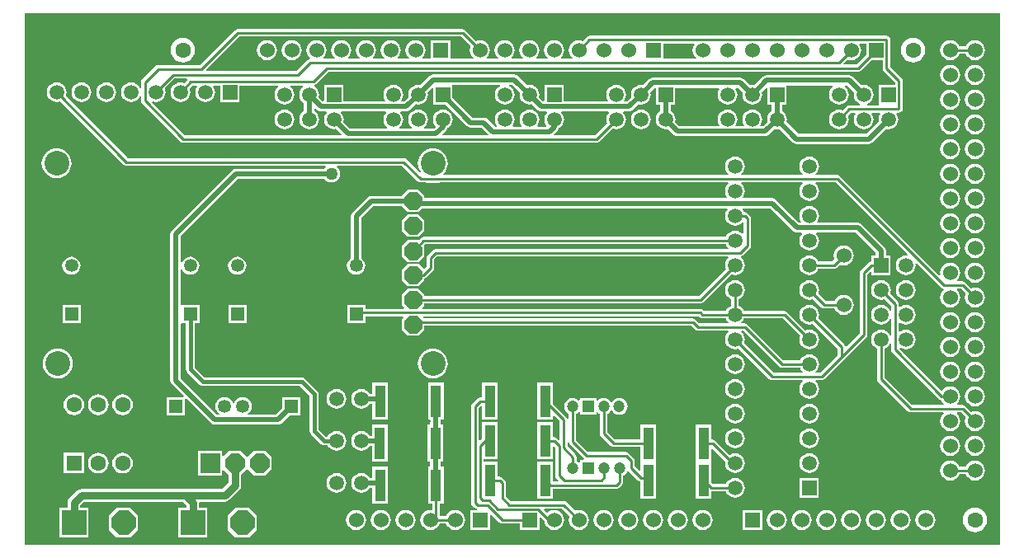
<source format=gbl>
G04 Layer_Physical_Order=2*
G04 Layer_Color=16711680*
%FSLAX25Y25*%
%MOIN*%
G70*
G01*
G75*
%ADD12C,0.01000*%
%ADD13C,0.03000*%
%ADD14C,0.02000*%
%ADD15C,0.06299*%
%ADD16R,0.06000X0.06000*%
%ADD17C,0.06000*%
%ADD18C,0.05905*%
%ADD19R,0.05905X0.05905*%
%ADD20R,0.05315X0.05315*%
%ADD21C,0.05315*%
%ADD22C,0.04724*%
%ADD23R,0.04724X0.04724*%
%ADD24R,0.05905X0.05905*%
%ADD25P,0.07671X8X22.5*%
%ADD26C,0.10000*%
%ADD27P,0.08523X8X22.5*%
%ADD28R,0.07874X0.07874*%
%ADD29R,0.09842X0.09842*%
%ADD30P,0.10653X8X202.5*%
%ADD31R,0.06299X0.06299*%
%ADD32R,0.05315X0.05315*%
%ADD33C,0.05000*%
%ADD34R,0.04331X0.12992*%
%ADD35C,0.01500*%
G36*
X394000Y0D02*
X0D01*
Y215000D01*
X394000D01*
Y0D01*
D02*
G37*
%LPC*%
G36*
X287000Y56987D02*
X285968Y56851D01*
X285007Y56453D01*
X284181Y55819D01*
X283547Y54993D01*
X283149Y54032D01*
X283013Y53000D01*
X283149Y51968D01*
X283547Y51007D01*
X284181Y50181D01*
X285007Y49547D01*
X285968Y49149D01*
X287000Y49013D01*
X288032Y49149D01*
X288993Y49547D01*
X289819Y50181D01*
X290453Y51007D01*
X290851Y51968D01*
X290987Y53000D01*
X290851Y54032D01*
X290453Y54993D01*
X289819Y55819D01*
X288993Y56453D01*
X288032Y56851D01*
X287000Y56987D01*
D02*
G37*
G36*
X146724Y48496D02*
X140394D01*
Y44039D01*
X139418D01*
X138819Y44819D01*
X137993Y45453D01*
X137032Y45851D01*
X136000Y45987D01*
X134968Y45851D01*
X134007Y45453D01*
X133181Y44819D01*
X132547Y43993D01*
X132149Y43032D01*
X132013Y42000D01*
X132149Y40968D01*
X132547Y40007D01*
X133181Y39181D01*
X134007Y38547D01*
X134968Y38149D01*
X136000Y38013D01*
X137032Y38149D01*
X137993Y38547D01*
X138819Y39181D01*
X139418Y39961D01*
X140394D01*
Y33504D01*
X146724D01*
Y48496D01*
D02*
G37*
G36*
X317000Y46987D02*
X315968Y46851D01*
X315007Y46453D01*
X314181Y45819D01*
X313547Y44993D01*
X313149Y44032D01*
X313013Y43000D01*
X313149Y41968D01*
X313547Y41007D01*
X314181Y40181D01*
X315007Y39547D01*
X315968Y39149D01*
X317000Y39013D01*
X318032Y39149D01*
X318993Y39547D01*
X319819Y40181D01*
X320453Y41007D01*
X320851Y41968D01*
X320987Y43000D01*
X320851Y44032D01*
X320453Y44993D01*
X319819Y45819D01*
X318993Y46453D01*
X318032Y46851D01*
X317000Y46987D01*
D02*
G37*
G36*
X20000Y60807D02*
X18917Y60665D01*
X17907Y60247D01*
X17041Y59582D01*
X16375Y58715D01*
X15957Y57705D01*
X15815Y56622D01*
X15957Y55539D01*
X16375Y54529D01*
X17041Y53663D01*
X17907Y52997D01*
X18917Y52579D01*
X20000Y52437D01*
X21083Y52579D01*
X22093Y52997D01*
X22960Y53663D01*
X23625Y54529D01*
X24043Y55539D01*
X24185Y56622D01*
X24043Y57705D01*
X23625Y58715D01*
X22960Y59582D01*
X22093Y60247D01*
X21083Y60665D01*
X20000Y60807D01*
D02*
G37*
G36*
X191165Y65496D02*
X184835D01*
Y59529D01*
X184000D01*
X183415Y59413D01*
X182919Y59081D01*
X180919Y57081D01*
X180587Y56585D01*
X180471Y56000D01*
Y17000D01*
X180587Y16415D01*
X180919Y15919D01*
X181919Y14919D01*
X182415Y14587D01*
X182852Y14500D01*
X182803Y14000D01*
X180000D01*
Y6000D01*
X188000D01*
Y12184D01*
X188462Y12375D01*
X191919Y8919D01*
X192415Y8587D01*
X193000Y8471D01*
X200000D01*
Y6000D01*
X208000D01*
Y11022D01*
X208462Y11214D01*
X210009Y9666D01*
X210103Y8956D01*
X210506Y7983D01*
X211147Y7147D01*
X211983Y6506D01*
X212956Y6103D01*
X214000Y5965D01*
X215044Y6103D01*
X216017Y6506D01*
X216853Y7147D01*
X217494Y7983D01*
X217897Y8956D01*
X218035Y10000D01*
X217897Y11044D01*
X217494Y12017D01*
X216853Y12853D01*
X216017Y13494D01*
X215044Y13897D01*
X214000Y14035D01*
X212956Y13897D01*
X211983Y13494D01*
X211148Y12853D01*
X209893Y14109D01*
X210084Y14571D01*
X217267D01*
X220305Y11532D01*
X220103Y11044D01*
X219966Y10000D01*
X220103Y8956D01*
X220506Y7983D01*
X221147Y7147D01*
X221983Y6506D01*
X222956Y6103D01*
X224000Y5965D01*
X225044Y6103D01*
X226017Y6506D01*
X226853Y7147D01*
X227494Y7983D01*
X227897Y8956D01*
X228034Y10000D01*
X227897Y11044D01*
X227494Y12017D01*
X226853Y12853D01*
X226017Y13494D01*
X225044Y13897D01*
X224000Y14035D01*
X222956Y13897D01*
X222468Y13695D01*
X218981Y17181D01*
X218485Y17513D01*
X217900Y17629D01*
X196534D01*
X194529Y19634D01*
Y25000D01*
X194413Y25585D01*
X194081Y26081D01*
X193081Y27081D01*
X192585Y27413D01*
X192000Y27529D01*
X191165D01*
Y33496D01*
X185529D01*
Y34504D01*
X191165D01*
Y49496D01*
X184835D01*
Y42998D01*
X183991Y42154D01*
X183529Y42346D01*
Y55366D01*
X184335Y56172D01*
X184835Y55965D01*
Y50504D01*
X191165D01*
Y65496D01*
D02*
G37*
G36*
X317000Y56987D02*
X315968Y56851D01*
X315007Y56453D01*
X314181Y55819D01*
X313547Y54993D01*
X313149Y54032D01*
X313013Y53000D01*
X313149Y51968D01*
X313547Y51007D01*
X314181Y50181D01*
X315007Y49547D01*
X315968Y49149D01*
X317000Y49013D01*
X318032Y49149D01*
X318993Y49547D01*
X319819Y50181D01*
X320453Y51007D01*
X320851Y51968D01*
X320987Y53000D01*
X320851Y54032D01*
X320453Y54993D01*
X319819Y55819D01*
X318993Y56453D01*
X318032Y56851D01*
X317000Y56987D01*
D02*
G37*
G36*
X287000Y46987D02*
X285968Y46851D01*
X285007Y46453D01*
X284181Y45819D01*
X283547Y44993D01*
X283149Y44032D01*
X283013Y43000D01*
X283149Y41968D01*
X283547Y41007D01*
X284181Y40181D01*
X285007Y39547D01*
X285968Y39149D01*
X287000Y39013D01*
X288032Y39149D01*
X288993Y39547D01*
X289819Y40181D01*
X290453Y41007D01*
X290851Y41968D01*
X290987Y43000D01*
X290851Y44032D01*
X290453Y44993D01*
X289819Y45819D01*
X288993Y46453D01*
X288032Y46851D01*
X287000Y46987D01*
D02*
G37*
G36*
X384000Y34034D02*
X382956Y33897D01*
X381983Y33494D01*
X381147Y32853D01*
X380506Y32017D01*
X380304Y31529D01*
X377696D01*
X377494Y32017D01*
X376853Y32853D01*
X376017Y33494D01*
X375044Y33897D01*
X374000Y34034D01*
X372956Y33897D01*
X371983Y33494D01*
X371147Y32853D01*
X370506Y32017D01*
X370103Y31044D01*
X369966Y30000D01*
X370103Y28956D01*
X370506Y27983D01*
X371147Y27147D01*
X371983Y26506D01*
X372956Y26103D01*
X374000Y25965D01*
X375044Y26103D01*
X376017Y26506D01*
X376853Y27147D01*
X377494Y27983D01*
X377696Y28471D01*
X380304D01*
X380506Y27983D01*
X381147Y27147D01*
X381983Y26506D01*
X382956Y26103D01*
X384000Y25965D01*
X385044Y26103D01*
X386017Y26506D01*
X386853Y27147D01*
X387494Y27983D01*
X387897Y28956D01*
X388035Y30000D01*
X387897Y31044D01*
X387494Y32017D01*
X386853Y32853D01*
X386017Y33494D01*
X385044Y33897D01*
X384000Y34034D01*
D02*
G37*
G36*
X317000Y36987D02*
X315968Y36851D01*
X315007Y36453D01*
X314181Y35819D01*
X313547Y34993D01*
X313149Y34032D01*
X313013Y33000D01*
X313149Y31968D01*
X313547Y31007D01*
X314181Y30181D01*
X315007Y29547D01*
X315968Y29149D01*
X317000Y29013D01*
X318032Y29149D01*
X318993Y29547D01*
X319819Y30181D01*
X320453Y31007D01*
X320851Y31968D01*
X320987Y33000D01*
X320851Y34032D01*
X320453Y34993D01*
X319819Y35819D01*
X318993Y36453D01*
X318032Y36851D01*
X317000Y36987D01*
D02*
G37*
G36*
X277606Y48496D02*
X271275D01*
Y33996D01*
X271275Y33504D01*
X271275Y33004D01*
Y18504D01*
X277606D01*
Y21471D01*
X283355D01*
X283547Y21007D01*
X284181Y20181D01*
X285007Y19547D01*
X285968Y19149D01*
X287000Y19013D01*
X288032Y19149D01*
X288993Y19547D01*
X289819Y20181D01*
X290453Y21007D01*
X290851Y21968D01*
X290987Y23000D01*
X290851Y24032D01*
X290453Y24993D01*
X289819Y25819D01*
X288993Y26453D01*
X288032Y26851D01*
X287000Y26987D01*
X285968Y26851D01*
X285007Y26453D01*
X284181Y25819D01*
X283547Y24993D01*
X283355Y24529D01*
X278074D01*
X277606Y24997D01*
Y33004D01*
X277606Y33496D01*
X277606Y33996D01*
Y38578D01*
X278068Y38769D01*
X283109Y33728D01*
X283013Y33000D01*
X283149Y31968D01*
X283547Y31007D01*
X284181Y30181D01*
X285007Y29547D01*
X285968Y29149D01*
X287000Y29013D01*
X288032Y29149D01*
X288993Y29547D01*
X289819Y30181D01*
X290453Y31007D01*
X290851Y31968D01*
X290987Y33000D01*
X290851Y34032D01*
X290453Y34993D01*
X289819Y35819D01*
X288993Y36453D01*
X288032Y36851D01*
X287000Y36987D01*
X285968Y36851D01*
X285007Y36453D01*
X284839Y36324D01*
X279081Y42081D01*
X278585Y42413D01*
X278000Y42529D01*
X277606D01*
Y48496D01*
D02*
G37*
G36*
X384000Y44034D02*
X382956Y43897D01*
X381983Y43494D01*
X381147Y42853D01*
X380506Y42017D01*
X380103Y41044D01*
X379965Y40000D01*
X380103Y38956D01*
X380506Y37983D01*
X381147Y37147D01*
X381983Y36506D01*
X382956Y36103D01*
X384000Y35965D01*
X385044Y36103D01*
X386017Y36506D01*
X386853Y37147D01*
X387494Y37983D01*
X387897Y38956D01*
X388035Y40000D01*
X387897Y41044D01*
X387494Y42017D01*
X386853Y42853D01*
X386017Y43494D01*
X385044Y43897D01*
X384000Y44034D01*
D02*
G37*
G36*
X374000D02*
X372956Y43897D01*
X371983Y43494D01*
X371147Y42853D01*
X370506Y42017D01*
X370103Y41044D01*
X369966Y40000D01*
X370103Y38956D01*
X370506Y37983D01*
X371147Y37147D01*
X371983Y36506D01*
X372956Y36103D01*
X374000Y35965D01*
X375044Y36103D01*
X376017Y36506D01*
X376853Y37147D01*
X377494Y37983D01*
X377897Y38956D01*
X378034Y40000D01*
X377897Y41044D01*
X377494Y42017D01*
X376853Y42853D01*
X376017Y43494D01*
X375044Y43897D01*
X374000Y44034D01*
D02*
G37*
G36*
X97469Y37937D02*
X92532D01*
X90328Y35733D01*
X89672D01*
X87468Y37937D01*
X82531D01*
X80437Y35842D01*
X79937Y36050D01*
Y37937D01*
X70063D01*
Y28063D01*
X79937D01*
Y29950D01*
X80437Y30158D01*
X82451Y28144D01*
Y25056D01*
X79944Y22549D01*
X23000D01*
X22025Y22355D01*
X21198Y21802D01*
X18198Y18802D01*
X17645Y17976D01*
X17451Y17000D01*
Y14921D01*
X14079D01*
Y3079D01*
X25921D01*
Y14921D01*
X22549D01*
Y15944D01*
X24056Y17451D01*
X63944D01*
X65451Y15944D01*
Y14921D01*
X62079D01*
Y3079D01*
X73921D01*
Y14921D01*
X70549D01*
Y17000D01*
X70536Y17064D01*
X70853Y17451D01*
X81000D01*
X81976Y17645D01*
X82802Y18198D01*
X86802Y22198D01*
X87355Y23024D01*
X87549Y24000D01*
Y28144D01*
X89672Y30267D01*
X90328D01*
X92532Y28063D01*
X97469D01*
X99937Y30531D01*
Y35469D01*
X97469Y37937D01*
D02*
G37*
G36*
X13500Y79273D02*
X12324Y79157D01*
X11193Y78814D01*
X10150Y78257D01*
X9237Y77507D01*
X8487Y76594D01*
X7930Y75551D01*
X7587Y74420D01*
X7471Y73244D01*
X7587Y72068D01*
X7930Y70937D01*
X8487Y69894D01*
X9237Y68981D01*
X10150Y68231D01*
X11193Y67674D01*
X12324Y67331D01*
X13500Y67215D01*
X14676Y67331D01*
X15807Y67674D01*
X16849Y68231D01*
X17763Y68981D01*
X18513Y69894D01*
X19070Y70937D01*
X19413Y72068D01*
X19529Y73244D01*
X19413Y74420D01*
X19070Y75551D01*
X18513Y76594D01*
X17763Y77507D01*
X16849Y78257D01*
X15807Y78814D01*
X14676Y79157D01*
X13500Y79273D01*
D02*
G37*
G36*
X384000Y74035D02*
X382956Y73897D01*
X381983Y73494D01*
X381147Y72853D01*
X380506Y72017D01*
X380103Y71044D01*
X379965Y70000D01*
X380103Y68956D01*
X380506Y67983D01*
X381147Y67147D01*
X381983Y66506D01*
X382956Y66103D01*
X384000Y65965D01*
X385044Y66103D01*
X386017Y66506D01*
X386853Y67147D01*
X387494Y67983D01*
X387897Y68956D01*
X388035Y70000D01*
X387897Y71044D01*
X387494Y72017D01*
X386853Y72853D01*
X386017Y73494D01*
X385044Y73897D01*
X384000Y74035D01*
D02*
G37*
G36*
X374000D02*
X372956Y73897D01*
X371983Y73494D01*
X371147Y72853D01*
X370506Y72017D01*
X370103Y71044D01*
X369966Y70000D01*
X370103Y68956D01*
X370506Y67983D01*
X371147Y67147D01*
X371983Y66506D01*
X372956Y66103D01*
X374000Y65965D01*
X375044Y66103D01*
X376017Y66506D01*
X376853Y67147D01*
X377494Y67983D01*
X377897Y68956D01*
X378034Y70000D01*
X377897Y71044D01*
X377494Y72017D01*
X376853Y72853D01*
X376017Y73494D01*
X375044Y73897D01*
X374000Y74035D01*
D02*
G37*
G36*
Y84035D02*
X372956Y83897D01*
X371983Y83494D01*
X371147Y82853D01*
X370506Y82017D01*
X370103Y81044D01*
X369966Y80000D01*
X370103Y78956D01*
X370506Y77983D01*
X371147Y77147D01*
X371983Y76506D01*
X372956Y76103D01*
X374000Y75965D01*
X375044Y76103D01*
X376017Y76506D01*
X376853Y77147D01*
X377494Y77983D01*
X377897Y78956D01*
X378034Y80000D01*
X377897Y81044D01*
X377494Y82017D01*
X376853Y82853D01*
X376017Y83494D01*
X375044Y83897D01*
X374000Y84035D01*
D02*
G37*
G36*
X287000Y76987D02*
X285968Y76851D01*
X285007Y76453D01*
X284181Y75819D01*
X283547Y74993D01*
X283149Y74032D01*
X283013Y73000D01*
X283149Y71968D01*
X283547Y71007D01*
X284181Y70181D01*
X285007Y69547D01*
X285968Y69149D01*
X287000Y69013D01*
X288032Y69149D01*
X288993Y69547D01*
X289819Y70181D01*
X290453Y71007D01*
X290851Y71968D01*
X290987Y73000D01*
X290851Y74032D01*
X290453Y74993D01*
X289819Y75819D01*
X288993Y76453D01*
X288032Y76851D01*
X287000Y76987D01*
D02*
G37*
G36*
X165000Y79273D02*
X163824Y79157D01*
X162693Y78814D01*
X161651Y78257D01*
X160737Y77507D01*
X159987Y76594D01*
X159430Y75551D01*
X159087Y74420D01*
X158971Y73244D01*
X159087Y72068D01*
X159430Y70937D01*
X159987Y69894D01*
X160737Y68981D01*
X161651Y68231D01*
X162693Y67674D01*
X163824Y67331D01*
X165000Y67215D01*
X166176Y67331D01*
X167307Y67674D01*
X168350Y68231D01*
X169263Y68981D01*
X170013Y69894D01*
X170570Y70937D01*
X170913Y72068D01*
X171029Y73244D01*
X170913Y74420D01*
X170570Y75551D01*
X170013Y76594D01*
X169263Y77507D01*
X168350Y78257D01*
X167307Y78814D01*
X166176Y79157D01*
X165000Y79273D01*
D02*
G37*
G36*
X146945Y65496D02*
X140614D01*
Y61039D01*
X139418D01*
X138819Y61819D01*
X137993Y62453D01*
X137032Y62851D01*
X136000Y62987D01*
X134968Y62851D01*
X134007Y62453D01*
X133181Y61819D01*
X132547Y60993D01*
X132149Y60032D01*
X132013Y59000D01*
X132149Y57968D01*
X132547Y57007D01*
X133181Y56181D01*
X134007Y55547D01*
X134968Y55149D01*
X136000Y55013D01*
X137032Y55149D01*
X137993Y55547D01*
X138819Y56181D01*
X139418Y56961D01*
X140614D01*
Y50504D01*
X146945D01*
Y65496D01*
D02*
G37*
G36*
X213606D02*
X207276D01*
Y50504D01*
X213606D01*
Y52018D01*
X214068Y52210D01*
X216271Y50007D01*
Y42546D01*
X215809Y42354D01*
X215081Y43081D01*
X214585Y43413D01*
X214000Y43529D01*
X213606D01*
Y49496D01*
X207276D01*
Y34504D01*
X213606D01*
Y39577D01*
X214068Y39769D01*
X214471Y39366D01*
Y28000D01*
X214587Y27415D01*
X214919Y26919D01*
X215846Y25991D01*
X215654Y25529D01*
X213606D01*
Y33496D01*
X207276D01*
Y18504D01*
X213606D01*
Y22471D01*
X239000D01*
X239585Y22587D01*
X240081Y22919D01*
X241530Y24367D01*
X241862Y24863D01*
X241978Y25449D01*
Y27994D01*
X242144Y28063D01*
X242847Y28602D01*
X243386Y29304D01*
X243520Y29629D01*
X243556Y29655D01*
X244104Y29733D01*
X247919Y25919D01*
X248415Y25587D01*
X248835Y25504D01*
Y18504D01*
X255165D01*
Y33496D01*
X255165D01*
Y33504D01*
X255165D01*
Y48496D01*
X248835D01*
Y42529D01*
X238633D01*
X235529Y45634D01*
Y52994D01*
X235696Y53063D01*
X236398Y53602D01*
X236862Y54206D01*
X237102Y54253D01*
X237197D01*
X237438Y54206D01*
X237901Y53602D01*
X238604Y53063D01*
X239422Y52724D01*
X240299Y52609D01*
X241177Y52724D01*
X241995Y53063D01*
X242697Y53602D01*
X243236Y54304D01*
X243575Y55122D01*
X243690Y56000D01*
X243575Y56878D01*
X243236Y57696D01*
X242697Y58398D01*
X241995Y58937D01*
X241177Y59276D01*
X240299Y59391D01*
X239422Y59276D01*
X238604Y58937D01*
X237901Y58398D01*
X237438Y57794D01*
X237197Y57747D01*
X237102D01*
X236862Y57794D01*
X236398Y58398D01*
X235696Y58937D01*
X234878Y59276D01*
X234000Y59391D01*
X233122Y59276D01*
X232304Y58937D01*
X231602Y58398D01*
X231563Y58347D01*
X231063Y58517D01*
Y59362D01*
X224339D01*
Y58517D01*
X223839Y58347D01*
X223799Y58398D01*
X223097Y58937D01*
X222279Y59276D01*
X221402Y59391D01*
X220524Y59276D01*
X219706Y58937D01*
X219004Y58398D01*
X218465Y57696D01*
X218126Y56878D01*
X218010Y56000D01*
X218126Y55122D01*
X218465Y54304D01*
X219004Y53602D01*
X219706Y53063D01*
X219872Y52994D01*
Y41598D01*
X219989Y41013D01*
X220320Y40517D01*
X225919Y34919D01*
X226003Y34862D01*
X225851Y34362D01*
X224488D01*
Y33517D01*
X223988Y33347D01*
X223949Y33398D01*
X223247Y33937D01*
X223081Y34006D01*
Y35449D01*
X222964Y36034D01*
X222633Y36530D01*
X219329Y39834D01*
Y50641D01*
X219213Y51226D01*
X218881Y51722D01*
X213606Y56998D01*
Y65496D01*
D02*
G37*
G36*
X39685Y60807D02*
X38602Y60665D01*
X37592Y60247D01*
X36726Y59582D01*
X36060Y58715D01*
X35642Y57705D01*
X35500Y56622D01*
X35642Y55539D01*
X36060Y54529D01*
X36726Y53663D01*
X37592Y52997D01*
X38602Y52579D01*
X39685Y52437D01*
X40768Y52579D01*
X41778Y52997D01*
X42645Y53663D01*
X43310Y54529D01*
X43728Y55539D01*
X43870Y56622D01*
X43728Y57705D01*
X43310Y58715D01*
X42645Y59582D01*
X41778Y60247D01*
X40768Y60665D01*
X39685Y60807D01*
D02*
G37*
G36*
X29843D02*
X28759Y60665D01*
X27750Y60247D01*
X26883Y59582D01*
X26218Y58715D01*
X25800Y57705D01*
X25657Y56622D01*
X25800Y55539D01*
X26218Y54529D01*
X26883Y53663D01*
X27750Y52997D01*
X28759Y52579D01*
X29843Y52437D01*
X30926Y52579D01*
X31935Y52997D01*
X32802Y53663D01*
X33467Y54529D01*
X33885Y55539D01*
X34028Y56622D01*
X33885Y57705D01*
X33467Y58715D01*
X32802Y59582D01*
X31935Y60247D01*
X30926Y60665D01*
X29843Y60807D01*
D02*
G37*
G36*
X287000Y66987D02*
X285968Y66851D01*
X285007Y66453D01*
X284181Y65819D01*
X283547Y64993D01*
X283149Y64032D01*
X283013Y63000D01*
X283149Y61968D01*
X283547Y61007D01*
X284181Y60181D01*
X285007Y59547D01*
X285968Y59149D01*
X287000Y59013D01*
X288032Y59149D01*
X288993Y59547D01*
X289819Y60181D01*
X290453Y61007D01*
X290851Y61968D01*
X290987Y63000D01*
X290851Y64032D01*
X290453Y64993D01*
X289819Y65819D01*
X288993Y66453D01*
X288032Y66851D01*
X287000Y66987D01*
D02*
G37*
G36*
X384000Y64034D02*
X382956Y63897D01*
X381983Y63494D01*
X381147Y62853D01*
X380506Y62017D01*
X380103Y61044D01*
X379965Y60000D01*
X380103Y58956D01*
X380506Y57983D01*
X381147Y57147D01*
X381983Y56506D01*
X382956Y56103D01*
X384000Y55966D01*
X385044Y56103D01*
X386017Y56506D01*
X386853Y57147D01*
X387494Y57983D01*
X387897Y58956D01*
X388035Y60000D01*
X387897Y61044D01*
X387494Y62017D01*
X386853Y62853D01*
X386017Y63494D01*
X385044Y63897D01*
X384000Y64034D01*
D02*
G37*
G36*
X126000Y62987D02*
X124968Y62851D01*
X124007Y62453D01*
X123181Y61819D01*
X122547Y60993D01*
X122149Y60032D01*
X122013Y59000D01*
X122149Y57968D01*
X122547Y57007D01*
X123181Y56181D01*
X124007Y55547D01*
X124968Y55149D01*
X126000Y55013D01*
X127032Y55149D01*
X127993Y55547D01*
X128819Y56181D01*
X129453Y57007D01*
X129851Y57968D01*
X129987Y59000D01*
X129851Y60032D01*
X129453Y60993D01*
X128819Y61819D01*
X127993Y62453D01*
X127032Y62851D01*
X126000Y62987D01*
D02*
G37*
G36*
X264000Y14035D02*
X262956Y13897D01*
X261983Y13494D01*
X261147Y12853D01*
X260506Y12017D01*
X260103Y11044D01*
X259965Y10000D01*
X260103Y8956D01*
X260506Y7983D01*
X261147Y7147D01*
X261983Y6506D01*
X262956Y6103D01*
X264000Y5965D01*
X265044Y6103D01*
X266017Y6506D01*
X266853Y7147D01*
X267494Y7983D01*
X267897Y8956D01*
X268035Y10000D01*
X267897Y11044D01*
X267494Y12017D01*
X266853Y12853D01*
X266017Y13494D01*
X265044Y13897D01*
X264000Y14035D01*
D02*
G37*
G36*
X254000D02*
X252956Y13897D01*
X251983Y13494D01*
X251147Y12853D01*
X250506Y12017D01*
X250103Y11044D01*
X249966Y10000D01*
X250103Y8956D01*
X250506Y7983D01*
X251147Y7147D01*
X251983Y6506D01*
X252956Y6103D01*
X254000Y5965D01*
X255044Y6103D01*
X256017Y6506D01*
X256853Y7147D01*
X257494Y7983D01*
X257897Y8956D01*
X258034Y10000D01*
X257897Y11044D01*
X257494Y12017D01*
X256853Y12853D01*
X256017Y13494D01*
X255044Y13897D01*
X254000Y14035D01*
D02*
G37*
G36*
X244000D02*
X242956Y13897D01*
X241983Y13494D01*
X241147Y12853D01*
X240506Y12017D01*
X240103Y11044D01*
X239966Y10000D01*
X240103Y8956D01*
X240506Y7983D01*
X241147Y7147D01*
X241983Y6506D01*
X242956Y6103D01*
X244000Y5965D01*
X245044Y6103D01*
X246017Y6506D01*
X246853Y7147D01*
X247494Y7983D01*
X247897Y8956D01*
X248035Y10000D01*
X247897Y11044D01*
X247494Y12017D01*
X246853Y12853D01*
X246017Y13494D01*
X245044Y13897D01*
X244000Y14035D01*
D02*
G37*
G36*
X314000D02*
X312956Y13897D01*
X311983Y13494D01*
X311147Y12853D01*
X310506Y12017D01*
X310103Y11044D01*
X309965Y10000D01*
X310103Y8956D01*
X310506Y7983D01*
X311147Y7147D01*
X311983Y6506D01*
X312956Y6103D01*
X314000Y5965D01*
X315044Y6103D01*
X316017Y6506D01*
X316853Y7147D01*
X317494Y7983D01*
X317897Y8956D01*
X318035Y10000D01*
X317897Y11044D01*
X317494Y12017D01*
X316853Y12853D01*
X316017Y13494D01*
X315044Y13897D01*
X314000Y14035D01*
D02*
G37*
G36*
X304000D02*
X302956Y13897D01*
X301983Y13494D01*
X301147Y12853D01*
X300506Y12017D01*
X300103Y11044D01*
X299966Y10000D01*
X300103Y8956D01*
X300506Y7983D01*
X301147Y7147D01*
X301983Y6506D01*
X302956Y6103D01*
X304000Y5965D01*
X305044Y6103D01*
X306017Y6506D01*
X306853Y7147D01*
X307494Y7983D01*
X307897Y8956D01*
X308034Y10000D01*
X307897Y11044D01*
X307494Y12017D01*
X306853Y12853D01*
X306017Y13494D01*
X305044Y13897D01*
X304000Y14035D01*
D02*
G37*
G36*
X274000D02*
X272956Y13897D01*
X271983Y13494D01*
X271147Y12853D01*
X270506Y12017D01*
X270103Y11044D01*
X269966Y10000D01*
X270103Y8956D01*
X270506Y7983D01*
X271147Y7147D01*
X271983Y6506D01*
X272956Y6103D01*
X274000Y5965D01*
X275044Y6103D01*
X276017Y6506D01*
X276853Y7147D01*
X277494Y7983D01*
X277897Y8956D01*
X278034Y10000D01*
X277897Y11044D01*
X277494Y12017D01*
X276853Y12853D01*
X276017Y13494D01*
X275044Y13897D01*
X274000Y14035D01*
D02*
G37*
G36*
X234000D02*
X232956Y13897D01*
X231983Y13494D01*
X231147Y12853D01*
X230506Y12017D01*
X230103Y11044D01*
X229965Y10000D01*
X230103Y8956D01*
X230506Y7983D01*
X231147Y7147D01*
X231983Y6506D01*
X232956Y6103D01*
X234000Y5965D01*
X235044Y6103D01*
X236017Y6506D01*
X236853Y7147D01*
X237494Y7983D01*
X237897Y8956D01*
X238035Y10000D01*
X237897Y11044D01*
X237494Y12017D01*
X236853Y12853D01*
X236017Y13494D01*
X235044Y13897D01*
X234000Y14035D01*
D02*
G37*
G36*
X384000Y14980D02*
X382711Y14810D01*
X381510Y14312D01*
X380479Y13521D01*
X379688Y12490D01*
X379190Y11289D01*
X379020Y10000D01*
X379190Y8711D01*
X379688Y7510D01*
X380479Y6479D01*
X381510Y5688D01*
X382711Y5190D01*
X384000Y5020D01*
X385289Y5190D01*
X386490Y5688D01*
X387521Y6479D01*
X388313Y7510D01*
X388810Y8711D01*
X388980Y10000D01*
X388810Y11289D01*
X388313Y12490D01*
X387521Y13521D01*
X386490Y14312D01*
X385289Y14810D01*
X384000Y14980D01*
D02*
G37*
G36*
X90961Y14921D02*
X85039D01*
X82079Y11961D01*
Y6039D01*
X85039Y3079D01*
X90961D01*
X93921Y6039D01*
Y11961D01*
X90961Y14921D01*
D02*
G37*
G36*
X42961D02*
X37039D01*
X34079Y11961D01*
Y6039D01*
X37039Y3079D01*
X42961D01*
X45921Y6039D01*
Y11961D01*
X42961Y14921D01*
D02*
G37*
G36*
X154000Y14035D02*
X152956Y13897D01*
X151983Y13494D01*
X151147Y12853D01*
X150506Y12017D01*
X150103Y11044D01*
X149966Y10000D01*
X150103Y8956D01*
X150506Y7983D01*
X151147Y7147D01*
X151983Y6506D01*
X152956Y6103D01*
X154000Y5965D01*
X155044Y6103D01*
X156017Y6506D01*
X156853Y7147D01*
X157494Y7983D01*
X157897Y8956D01*
X158035Y10000D01*
X157897Y11044D01*
X157494Y12017D01*
X156853Y12853D01*
X156017Y13494D01*
X155044Y13897D01*
X154000Y14035D01*
D02*
G37*
G36*
X144000D02*
X142956Y13897D01*
X141983Y13494D01*
X141147Y12853D01*
X140506Y12017D01*
X140103Y11044D01*
X139965Y10000D01*
X140103Y8956D01*
X140506Y7983D01*
X141147Y7147D01*
X141983Y6506D01*
X142956Y6103D01*
X144000Y5965D01*
X145044Y6103D01*
X146017Y6506D01*
X146853Y7147D01*
X147494Y7983D01*
X147897Y8956D01*
X148035Y10000D01*
X147897Y11044D01*
X147494Y12017D01*
X146853Y12853D01*
X146017Y13494D01*
X145044Y13897D01*
X144000Y14035D01*
D02*
G37*
G36*
X134000D02*
X132956Y13897D01*
X131983Y13494D01*
X131147Y12853D01*
X130506Y12017D01*
X130103Y11044D01*
X129965Y10000D01*
X130103Y8956D01*
X130506Y7983D01*
X131147Y7147D01*
X131983Y6506D01*
X132956Y6103D01*
X134000Y5965D01*
X135044Y6103D01*
X136017Y6506D01*
X136853Y7147D01*
X137494Y7983D01*
X137897Y8956D01*
X138034Y10000D01*
X137897Y11044D01*
X137494Y12017D01*
X136853Y12853D01*
X136017Y13494D01*
X135044Y13897D01*
X134000Y14035D01*
D02*
G37*
G36*
X146945Y31496D02*
X140614D01*
Y27039D01*
X139418D01*
X138819Y27819D01*
X137993Y28453D01*
X137032Y28851D01*
X136000Y28987D01*
X134968Y28851D01*
X134007Y28453D01*
X133181Y27819D01*
X132547Y26993D01*
X132149Y26032D01*
X132013Y25000D01*
X132149Y23968D01*
X132547Y23007D01*
X133181Y22181D01*
X134007Y21547D01*
X134968Y21149D01*
X136000Y21013D01*
X137032Y21149D01*
X137993Y21547D01*
X138819Y22181D01*
X139418Y22961D01*
X140614D01*
Y16504D01*
X146945D01*
Y31496D01*
D02*
G37*
G36*
X126000Y28987D02*
X124968Y28851D01*
X124007Y28453D01*
X123181Y27819D01*
X122547Y26993D01*
X122149Y26032D01*
X122013Y25000D01*
X122149Y23968D01*
X122547Y23007D01*
X123181Y22181D01*
X124007Y21547D01*
X124968Y21149D01*
X126000Y21013D01*
X127032Y21149D01*
X127993Y21547D01*
X128819Y22181D01*
X129453Y23007D01*
X129851Y23968D01*
X129987Y25000D01*
X129851Y26032D01*
X129453Y26993D01*
X128819Y27819D01*
X127993Y28453D01*
X127032Y28851D01*
X126000Y28987D01*
D02*
G37*
G36*
X320953Y26953D02*
X313047D01*
Y19047D01*
X320953D01*
Y26953D01*
D02*
G37*
G36*
X24150Y37150D02*
X15850D01*
Y28850D01*
X24150D01*
Y37150D01*
D02*
G37*
G36*
X39685Y37185D02*
X38602Y37043D01*
X37592Y36625D01*
X36726Y35960D01*
X36060Y35093D01*
X35642Y34083D01*
X35500Y33000D01*
X35642Y31917D01*
X36060Y30907D01*
X36726Y30040D01*
X37592Y29375D01*
X38602Y28957D01*
X39685Y28815D01*
X40768Y28957D01*
X41778Y29375D01*
X42645Y30040D01*
X43310Y30907D01*
X43728Y31917D01*
X43870Y33000D01*
X43728Y34083D01*
X43310Y35093D01*
X42645Y35960D01*
X41778Y36625D01*
X40768Y37043D01*
X39685Y37185D01*
D02*
G37*
G36*
X29843D02*
X28759Y37043D01*
X27750Y36625D01*
X26883Y35960D01*
X26218Y35093D01*
X25800Y34083D01*
X25657Y33000D01*
X25800Y31917D01*
X26218Y30907D01*
X26883Y30040D01*
X27750Y29375D01*
X28759Y28957D01*
X29843Y28815D01*
X30926Y28957D01*
X31935Y29375D01*
X32802Y30040D01*
X33467Y30907D01*
X33885Y31917D01*
X34028Y33000D01*
X33885Y34083D01*
X33467Y35093D01*
X32802Y35960D01*
X31935Y36625D01*
X30926Y37043D01*
X29843Y37185D01*
D02*
G37*
G36*
X169386Y65496D02*
X163055D01*
Y50504D01*
X163868D01*
X164071Y50141D01*
X164105Y50004D01*
X163961Y49280D01*
Y48496D01*
X162835D01*
Y33504D01*
X163961D01*
Y31496D01*
X163055D01*
Y16504D01*
X164691D01*
Y14323D01*
X164315Y13993D01*
X164000Y14035D01*
X162956Y13897D01*
X161983Y13494D01*
X161147Y12853D01*
X160506Y12017D01*
X160103Y11044D01*
X159966Y10000D01*
X160103Y8956D01*
X160506Y7983D01*
X161147Y7147D01*
X161983Y6506D01*
X162956Y6103D01*
X164000Y5965D01*
X165044Y6103D01*
X166017Y6506D01*
X166853Y7147D01*
X167494Y7983D01*
X167696Y8471D01*
X170304D01*
X170506Y7983D01*
X171147Y7147D01*
X171983Y6506D01*
X172956Y6103D01*
X174000Y5965D01*
X175044Y6103D01*
X176017Y6506D01*
X176853Y7147D01*
X177494Y7983D01*
X177897Y8956D01*
X178034Y10000D01*
X177897Y11044D01*
X177494Y12017D01*
X176853Y12853D01*
X176017Y13494D01*
X175044Y13897D01*
X174000Y14035D01*
X172956Y13897D01*
X171983Y13494D01*
X171147Y12853D01*
X170506Y12017D01*
X170304Y11529D01*
X168104D01*
X167712Y12029D01*
X167750Y12220D01*
Y16504D01*
X169386D01*
Y31496D01*
X168039D01*
Y33504D01*
X169165D01*
Y48496D01*
X168531D01*
X168499Y48513D01*
X168159Y48996D01*
X168260Y49500D01*
Y50504D01*
X169386D01*
Y65496D01*
D02*
G37*
G36*
X344000Y14035D02*
X342956Y13897D01*
X341983Y13494D01*
X341147Y12853D01*
X340506Y12017D01*
X340103Y11044D01*
X339966Y10000D01*
X340103Y8956D01*
X340506Y7983D01*
X341147Y7147D01*
X341983Y6506D01*
X342956Y6103D01*
X344000Y5965D01*
X345044Y6103D01*
X346017Y6506D01*
X346853Y7147D01*
X347494Y7983D01*
X347897Y8956D01*
X348035Y10000D01*
X347897Y11044D01*
X347494Y12017D01*
X346853Y12853D01*
X346017Y13494D01*
X345044Y13897D01*
X344000Y14035D01*
D02*
G37*
G36*
X334000D02*
X332956Y13897D01*
X331983Y13494D01*
X331147Y12853D01*
X330506Y12017D01*
X330103Y11044D01*
X329965Y10000D01*
X330103Y8956D01*
X330506Y7983D01*
X331147Y7147D01*
X331983Y6506D01*
X332956Y6103D01*
X334000Y5965D01*
X335044Y6103D01*
X336017Y6506D01*
X336853Y7147D01*
X337494Y7983D01*
X337897Y8956D01*
X338035Y10000D01*
X337897Y11044D01*
X337494Y12017D01*
X336853Y12853D01*
X336017Y13494D01*
X335044Y13897D01*
X334000Y14035D01*
D02*
G37*
G36*
X324000D02*
X322956Y13897D01*
X321983Y13494D01*
X321147Y12853D01*
X320506Y12017D01*
X320103Y11044D01*
X319966Y10000D01*
X320103Y8956D01*
X320506Y7983D01*
X321147Y7147D01*
X321983Y6506D01*
X322956Y6103D01*
X324000Y5965D01*
X325044Y6103D01*
X326017Y6506D01*
X326853Y7147D01*
X327494Y7983D01*
X327897Y8956D01*
X328034Y10000D01*
X327897Y11044D01*
X327494Y12017D01*
X326853Y12853D01*
X326017Y13494D01*
X325044Y13897D01*
X324000Y14035D01*
D02*
G37*
G36*
X298000Y14000D02*
X290000D01*
Y6000D01*
X298000D01*
Y14000D01*
D02*
G37*
G36*
X364000Y14035D02*
X362956Y13897D01*
X361983Y13494D01*
X361147Y12853D01*
X360506Y12017D01*
X360103Y11044D01*
X359965Y10000D01*
X360103Y8956D01*
X360506Y7983D01*
X361147Y7147D01*
X361983Y6506D01*
X362956Y6103D01*
X364000Y5965D01*
X365044Y6103D01*
X366017Y6506D01*
X366853Y7147D01*
X367494Y7983D01*
X367897Y8956D01*
X368035Y10000D01*
X367897Y11044D01*
X367494Y12017D01*
X366853Y12853D01*
X366017Y13494D01*
X365044Y13897D01*
X364000Y14035D01*
D02*
G37*
G36*
X354000D02*
X352956Y13897D01*
X351983Y13494D01*
X351147Y12853D01*
X350506Y12017D01*
X350103Y11044D01*
X349966Y10000D01*
X350103Y8956D01*
X350506Y7983D01*
X351147Y7147D01*
X351983Y6506D01*
X352956Y6103D01*
X354000Y5965D01*
X355044Y6103D01*
X356017Y6506D01*
X356853Y7147D01*
X357494Y7983D01*
X357897Y8956D01*
X358034Y10000D01*
X357897Y11044D01*
X357494Y12017D01*
X356853Y12853D01*
X356017Y13494D01*
X355044Y13897D01*
X354000Y14035D01*
D02*
G37*
G36*
X384000Y84035D02*
X382956Y83897D01*
X381983Y83494D01*
X381147Y82853D01*
X380506Y82017D01*
X380103Y81044D01*
X379965Y80000D01*
X380103Y78956D01*
X380506Y77983D01*
X381147Y77147D01*
X381983Y76506D01*
X382956Y76103D01*
X384000Y75965D01*
X385044Y76103D01*
X386017Y76506D01*
X386853Y77147D01*
X387494Y77983D01*
X387897Y78956D01*
X388035Y80000D01*
X387897Y81044D01*
X387494Y82017D01*
X386853Y82853D01*
X386017Y83494D01*
X385044Y83897D01*
X384000Y84035D01*
D02*
G37*
G36*
X374000Y164034D02*
X372956Y163897D01*
X371983Y163494D01*
X371147Y162853D01*
X370506Y162017D01*
X370103Y161044D01*
X369966Y160000D01*
X370103Y158956D01*
X370506Y157983D01*
X371147Y157147D01*
X371983Y156506D01*
X372956Y156103D01*
X374000Y155965D01*
X375044Y156103D01*
X376017Y156506D01*
X376853Y157147D01*
X377494Y157983D01*
X377897Y158956D01*
X378034Y160000D01*
X377897Y161044D01*
X377494Y162017D01*
X376853Y162853D01*
X376017Y163494D01*
X375044Y163897D01*
X374000Y164034D01*
D02*
G37*
G36*
X13000Y160273D02*
X11824Y160157D01*
X10693Y159814D01*
X9650Y159257D01*
X8737Y158507D01*
X7987Y157594D01*
X7430Y156551D01*
X7087Y155420D01*
X6971Y154244D01*
X7087Y153068D01*
X7430Y151937D01*
X7987Y150894D01*
X8737Y149981D01*
X9650Y149231D01*
X10693Y148674D01*
X11824Y148331D01*
X13000Y148215D01*
X14176Y148331D01*
X15307Y148674D01*
X16350Y149231D01*
X17263Y149981D01*
X18013Y150894D01*
X18570Y151937D01*
X18913Y153068D01*
X19029Y154244D01*
X18913Y155420D01*
X18570Y156551D01*
X18013Y157594D01*
X17263Y158507D01*
X16350Y159257D01*
X15307Y159814D01*
X14176Y160157D01*
X13000Y160273D01*
D02*
G37*
G36*
X384000Y164034D02*
X382956Y163897D01*
X381983Y163494D01*
X381147Y162853D01*
X380506Y162017D01*
X380103Y161044D01*
X379965Y160000D01*
X380103Y158956D01*
X380506Y157983D01*
X381147Y157147D01*
X381983Y156506D01*
X382956Y156103D01*
X384000Y155965D01*
X385044Y156103D01*
X386017Y156506D01*
X386853Y157147D01*
X387494Y157983D01*
X387897Y158956D01*
X388035Y160000D01*
X387897Y161044D01*
X387494Y162017D01*
X386853Y162853D01*
X386017Y163494D01*
X385044Y163897D01*
X384000Y164034D01*
D02*
G37*
G36*
Y174035D02*
X382956Y173897D01*
X381983Y173494D01*
X381147Y172853D01*
X380506Y172017D01*
X380103Y171044D01*
X379965Y170000D01*
X380103Y168956D01*
X380506Y167983D01*
X381147Y167147D01*
X381983Y166506D01*
X382956Y166103D01*
X384000Y165965D01*
X385044Y166103D01*
X386017Y166506D01*
X386853Y167147D01*
X387494Y167983D01*
X387897Y168956D01*
X388035Y170000D01*
X387897Y171044D01*
X387494Y172017D01*
X386853Y172853D01*
X386017Y173494D01*
X385044Y173897D01*
X384000Y174035D01*
D02*
G37*
G36*
X374000D02*
X372956Y173897D01*
X371983Y173494D01*
X371147Y172853D01*
X370506Y172017D01*
X370103Y171044D01*
X369966Y170000D01*
X370103Y168956D01*
X370506Y167983D01*
X371147Y167147D01*
X371983Y166506D01*
X372956Y166103D01*
X374000Y165965D01*
X375044Y166103D01*
X376017Y166506D01*
X376853Y167147D01*
X377494Y167983D01*
X377897Y168956D01*
X378034Y170000D01*
X377897Y171044D01*
X377494Y172017D01*
X376853Y172853D01*
X376017Y173494D01*
X375044Y173897D01*
X374000Y174035D01*
D02*
G37*
G36*
Y144035D02*
X372956Y143897D01*
X371983Y143494D01*
X371147Y142853D01*
X370506Y142017D01*
X370103Y141044D01*
X369966Y140000D01*
X370103Y138956D01*
X370506Y137983D01*
X371147Y137147D01*
X371983Y136506D01*
X372956Y136103D01*
X374000Y135966D01*
X375044Y136103D01*
X376017Y136506D01*
X376853Y137147D01*
X377494Y137983D01*
X377897Y138956D01*
X378034Y140000D01*
X377897Y141044D01*
X377494Y142017D01*
X376853Y142853D01*
X376017Y143494D01*
X375044Y143897D01*
X374000Y144035D01*
D02*
G37*
G36*
X384000Y134035D02*
X382956Y133897D01*
X381983Y133494D01*
X381147Y132853D01*
X380506Y132017D01*
X380103Y131044D01*
X379965Y130000D01*
X380103Y128956D01*
X380506Y127983D01*
X381147Y127147D01*
X381983Y126506D01*
X382956Y126103D01*
X384000Y125965D01*
X385044Y126103D01*
X386017Y126506D01*
X386853Y127147D01*
X387494Y127983D01*
X387897Y128956D01*
X388035Y130000D01*
X387897Y131044D01*
X387494Y132017D01*
X386853Y132853D01*
X386017Y133494D01*
X385044Y133897D01*
X384000Y134035D01*
D02*
G37*
G36*
Y144035D02*
X382956Y143897D01*
X381983Y143494D01*
X381147Y142853D01*
X380506Y142017D01*
X380103Y141044D01*
X379965Y140000D01*
X380103Y138956D01*
X380506Y137983D01*
X381147Y137147D01*
X381983Y136506D01*
X382956Y136103D01*
X384000Y135966D01*
X385044Y136103D01*
X386017Y136506D01*
X386853Y137147D01*
X387494Y137983D01*
X387897Y138956D01*
X388035Y140000D01*
X387897Y141044D01*
X387494Y142017D01*
X386853Y142853D01*
X386017Y143494D01*
X385044Y143897D01*
X384000Y144035D01*
D02*
G37*
G36*
Y154034D02*
X382956Y153897D01*
X381983Y153494D01*
X381147Y152853D01*
X380506Y152017D01*
X380103Y151044D01*
X379965Y150000D01*
X380103Y148956D01*
X380506Y147983D01*
X381147Y147147D01*
X381983Y146506D01*
X382956Y146103D01*
X384000Y145966D01*
X385044Y146103D01*
X386017Y146506D01*
X386853Y147147D01*
X387494Y147983D01*
X387897Y148956D01*
X388035Y150000D01*
X387897Y151044D01*
X387494Y152017D01*
X386853Y152853D01*
X386017Y153494D01*
X385044Y153897D01*
X384000Y154034D01*
D02*
G37*
G36*
X374000D02*
X372956Y153897D01*
X371983Y153494D01*
X371147Y152853D01*
X370506Y152017D01*
X370103Y151044D01*
X369966Y150000D01*
X370103Y148956D01*
X370506Y147983D01*
X371147Y147147D01*
X371983Y146506D01*
X372956Y146103D01*
X374000Y145966D01*
X375044Y146103D01*
X376017Y146506D01*
X376853Y147147D01*
X377494Y147983D01*
X377897Y148956D01*
X378034Y150000D01*
X377897Y151044D01*
X377494Y152017D01*
X376853Y152853D01*
X376017Y153494D01*
X375044Y153897D01*
X374000Y154034D01*
D02*
G37*
G36*
X249000Y175987D02*
X247968Y175851D01*
X247007Y175453D01*
X246181Y174819D01*
X245547Y173993D01*
X245149Y173032D01*
X245013Y172000D01*
X245149Y170968D01*
X245547Y170007D01*
X246181Y169181D01*
X247007Y168547D01*
X247968Y168149D01*
X249000Y168013D01*
X250032Y168149D01*
X250993Y168547D01*
X251819Y169181D01*
X252453Y170007D01*
X252851Y170968D01*
X252987Y172000D01*
X252851Y173032D01*
X252453Y173993D01*
X251819Y174819D01*
X250993Y175453D01*
X250032Y175851D01*
X249000Y175987D01*
D02*
G37*
G36*
X384000Y194035D02*
X382956Y193897D01*
X381983Y193494D01*
X381147Y192853D01*
X380506Y192017D01*
X380103Y191044D01*
X379965Y190000D01*
X380103Y188956D01*
X380506Y187983D01*
X381147Y187147D01*
X381983Y186506D01*
X382956Y186103D01*
X384000Y185966D01*
X385044Y186103D01*
X386017Y186506D01*
X386853Y187147D01*
X387494Y187983D01*
X387897Y188956D01*
X388035Y190000D01*
X387897Y191044D01*
X387494Y192017D01*
X386853Y192853D01*
X386017Y193494D01*
X385044Y193897D01*
X384000Y194035D01*
D02*
G37*
G36*
X374000D02*
X372956Y193897D01*
X371983Y193494D01*
X371147Y192853D01*
X370506Y192017D01*
X370103Y191044D01*
X369966Y190000D01*
X370103Y188956D01*
X370506Y187983D01*
X371147Y187147D01*
X371983Y186506D01*
X372956Y186103D01*
X374000Y185966D01*
X375044Y186103D01*
X376017Y186506D01*
X376853Y187147D01*
X377494Y187983D01*
X377897Y188956D01*
X378034Y190000D01*
X377897Y191044D01*
X377494Y192017D01*
X376853Y192853D01*
X376017Y193494D01*
X375044Y193897D01*
X374000Y194035D01*
D02*
G37*
G36*
X64000Y204980D02*
X62711Y204810D01*
X61510Y204312D01*
X60479Y203521D01*
X59688Y202490D01*
X59190Y201289D01*
X59020Y200000D01*
X59190Y198711D01*
X59688Y197510D01*
X60479Y196479D01*
X61510Y195687D01*
X62711Y195190D01*
X64000Y195020D01*
X65289Y195190D01*
X66490Y195687D01*
X67521Y196479D01*
X68313Y197510D01*
X68810Y198711D01*
X68980Y200000D01*
X68810Y201289D01*
X68313Y202490D01*
X67521Y203521D01*
X66490Y204312D01*
X65289Y204810D01*
X64000Y204980D01*
D02*
G37*
G36*
X384000Y204034D02*
X382956Y203897D01*
X381983Y203494D01*
X381147Y202853D01*
X380506Y202017D01*
X380304Y201529D01*
X377696D01*
X377494Y202017D01*
X376853Y202853D01*
X376017Y203494D01*
X375044Y203897D01*
X374000Y204034D01*
X372956Y203897D01*
X371983Y203494D01*
X371147Y202853D01*
X370506Y202017D01*
X370103Y201044D01*
X369966Y200000D01*
X370103Y198956D01*
X370506Y197983D01*
X371147Y197147D01*
X371983Y196506D01*
X372956Y196103D01*
X374000Y195966D01*
X375044Y196103D01*
X376017Y196506D01*
X376853Y197147D01*
X377494Y197983D01*
X377696Y198471D01*
X380304D01*
X380506Y197983D01*
X381147Y197147D01*
X381983Y196506D01*
X382956Y196103D01*
X384000Y195966D01*
X385044Y196103D01*
X386017Y196506D01*
X386853Y197147D01*
X387494Y197983D01*
X387897Y198956D01*
X388035Y200000D01*
X387897Y201044D01*
X387494Y202017D01*
X386853Y202853D01*
X386017Y203494D01*
X385044Y203897D01*
X384000Y204034D01*
D02*
G37*
G36*
X359000Y204980D02*
X357711Y204810D01*
X356510Y204312D01*
X355479Y203521D01*
X354688Y202490D01*
X354190Y201289D01*
X354020Y200000D01*
X354190Y198711D01*
X354688Y197510D01*
X355479Y196479D01*
X356510Y195687D01*
X357711Y195190D01*
X359000Y195020D01*
X360289Y195190D01*
X361490Y195687D01*
X362521Y196479D01*
X363313Y197510D01*
X363810Y198711D01*
X363980Y200000D01*
X363810Y201289D01*
X363313Y202490D01*
X362521Y203521D01*
X361490Y204312D01*
X360289Y204810D01*
X359000Y204980D01*
D02*
G37*
G36*
X384000Y184035D02*
X382956Y183897D01*
X381983Y183494D01*
X381147Y182853D01*
X380506Y182017D01*
X380103Y181044D01*
X379965Y180000D01*
X380103Y178956D01*
X380506Y177983D01*
X381147Y177147D01*
X381983Y176506D01*
X382956Y176103D01*
X384000Y175965D01*
X385044Y176103D01*
X386017Y176506D01*
X386853Y177147D01*
X387494Y177983D01*
X387897Y178956D01*
X388035Y180000D01*
X387897Y181044D01*
X387494Y182017D01*
X386853Y182853D01*
X386017Y183494D01*
X385044Y183897D01*
X384000Y184035D01*
D02*
G37*
G36*
X374000D02*
X372956Y183897D01*
X371983Y183494D01*
X371147Y182853D01*
X370506Y182017D01*
X370103Y181044D01*
X369966Y180000D01*
X370103Y178956D01*
X370506Y177983D01*
X371147Y177147D01*
X371983Y176506D01*
X372956Y176103D01*
X374000Y175965D01*
X375044Y176103D01*
X376017Y176506D01*
X376853Y177147D01*
X377494Y177983D01*
X377897Y178956D01*
X378034Y180000D01*
X377897Y181044D01*
X377494Y182017D01*
X376853Y182853D01*
X376017Y183494D01*
X375044Y183897D01*
X374000Y184035D01*
D02*
G37*
G36*
X23000Y186987D02*
X21968Y186851D01*
X21007Y186453D01*
X20181Y185819D01*
X19547Y184993D01*
X19149Y184032D01*
X19013Y183000D01*
X19149Y181968D01*
X19547Y181007D01*
X20181Y180181D01*
X21007Y179547D01*
X21968Y179149D01*
X23000Y179013D01*
X24032Y179149D01*
X24993Y179547D01*
X25819Y180181D01*
X26453Y181007D01*
X26851Y181968D01*
X26987Y183000D01*
X26851Y184032D01*
X26453Y184993D01*
X25819Y185819D01*
X24993Y186453D01*
X24032Y186851D01*
X23000Y186987D01*
D02*
G37*
G36*
X177000Y208529D02*
X86200D01*
X85615Y208413D01*
X85119Y208081D01*
X70967Y193929D01*
X54000D01*
X53415Y193813D01*
X52919Y193481D01*
X47619Y188181D01*
X47287Y187685D01*
X47171Y187100D01*
Y184567D01*
X46671Y184467D01*
X46453Y184993D01*
X45819Y185819D01*
X44993Y186453D01*
X44032Y186851D01*
X43000Y186987D01*
X41968Y186851D01*
X41007Y186453D01*
X40181Y185819D01*
X39547Y184993D01*
X39149Y184032D01*
X39013Y183000D01*
X39149Y181968D01*
X39547Y181007D01*
X40181Y180181D01*
X41007Y179547D01*
X41968Y179149D01*
X43000Y179013D01*
X44032Y179149D01*
X44993Y179547D01*
X45819Y180181D01*
X46453Y181007D01*
X46671Y181533D01*
X47171Y181433D01*
Y179500D01*
X47287Y178915D01*
X47619Y178419D01*
X63119Y162919D01*
X63615Y162587D01*
X64200Y162471D01*
X231000D01*
X231585Y162587D01*
X232081Y162919D01*
X234531Y165369D01*
X237504Y168341D01*
X237968Y168149D01*
X239000Y168013D01*
X240032Y168149D01*
X240993Y168547D01*
X241819Y169181D01*
X242453Y170007D01*
X242851Y170968D01*
X242987Y172000D01*
X242851Y173032D01*
X242453Y173993D01*
X241941Y174661D01*
X242151Y175161D01*
X244200D01*
X244980Y175316D01*
X245642Y175758D01*
X248025Y178141D01*
X249000Y178013D01*
X250032Y178149D01*
X250993Y178547D01*
X251819Y179181D01*
X252453Y180007D01*
X252851Y180968D01*
X252987Y182000D01*
X252858Y182975D01*
X254547Y184663D01*
X255047Y184526D01*
Y178047D01*
X256961D01*
Y175418D01*
X256181Y174819D01*
X255547Y173993D01*
X255149Y173032D01*
X255013Y172000D01*
X255149Y170968D01*
X255547Y170007D01*
X256181Y169181D01*
X257007Y168547D01*
X257968Y168149D01*
X259000Y168013D01*
X259975Y168141D01*
X262358Y165758D01*
X262358Y165758D01*
X263020Y165316D01*
X263800Y165161D01*
X263800Y165161D01*
X299200D01*
X299980Y165316D01*
X300642Y165758D01*
X303025Y168141D01*
X304000Y168013D01*
X304975Y168141D01*
X310458Y162658D01*
X311120Y162216D01*
X311900Y162061D01*
X341100D01*
X341880Y162216D01*
X342542Y162658D01*
X348025Y168141D01*
X349000Y168013D01*
X350032Y168149D01*
X350993Y168547D01*
X351819Y169181D01*
X352453Y170007D01*
X352851Y170968D01*
X352987Y172000D01*
X352851Y173032D01*
X352453Y173993D01*
X352237Y174275D01*
X352458Y174723D01*
X353300D01*
X353885Y174840D01*
X354381Y175171D01*
X354713Y175668D01*
X354829Y176253D01*
Y187600D01*
X354713Y188185D01*
X354381Y188681D01*
X349829Y193234D01*
Y204300D01*
X349713Y204885D01*
X349381Y205381D01*
X348885Y205713D01*
X348300Y205829D01*
X228300D01*
X227715Y205713D01*
X227219Y205381D01*
X225532Y203695D01*
X225044Y203897D01*
X224000Y204034D01*
X222956Y203897D01*
X221983Y203494D01*
X221147Y202853D01*
X220506Y202017D01*
X220103Y201044D01*
X219966Y200000D01*
X220103Y198956D01*
X220506Y197983D01*
X221147Y197147D01*
X221335Y197003D01*
X221175Y196529D01*
X216826D01*
X216665Y197003D01*
X216853Y197147D01*
X217494Y197983D01*
X217897Y198956D01*
X218035Y200000D01*
X217897Y201044D01*
X217494Y202017D01*
X216853Y202853D01*
X216017Y203494D01*
X215044Y203897D01*
X214000Y204034D01*
X212956Y203897D01*
X211983Y203494D01*
X211147Y202853D01*
X210506Y202017D01*
X210103Y201044D01*
X209965Y200000D01*
X210103Y198956D01*
X210506Y197983D01*
X211147Y197147D01*
X211335Y197003D01*
X211175Y196529D01*
X206825D01*
X206665Y197003D01*
X206853Y197147D01*
X207494Y197983D01*
X207897Y198956D01*
X208034Y200000D01*
X207897Y201044D01*
X207494Y202017D01*
X206853Y202853D01*
X206017Y203494D01*
X205044Y203897D01*
X204000Y204034D01*
X202956Y203897D01*
X201983Y203494D01*
X201147Y202853D01*
X200506Y202017D01*
X200103Y201044D01*
X199966Y200000D01*
X200103Y198956D01*
X200506Y197983D01*
X201147Y197147D01*
X201335Y197003D01*
X201174Y196529D01*
X196826D01*
X196665Y197003D01*
X196853Y197147D01*
X197494Y197983D01*
X197897Y198956D01*
X198035Y200000D01*
X197897Y201044D01*
X197494Y202017D01*
X196853Y202853D01*
X196017Y203494D01*
X195044Y203897D01*
X194000Y204034D01*
X192956Y203897D01*
X191983Y203494D01*
X191147Y202853D01*
X190506Y202017D01*
X190103Y201044D01*
X189965Y200000D01*
X190103Y198956D01*
X190506Y197983D01*
X191147Y197147D01*
X191335Y197003D01*
X191174Y196529D01*
X186826D01*
X186665Y197003D01*
X186853Y197147D01*
X187494Y197983D01*
X187897Y198956D01*
X188034Y200000D01*
X187897Y201044D01*
X187494Y202017D01*
X186853Y202853D01*
X186017Y203494D01*
X185044Y203897D01*
X184000Y204034D01*
X182956Y203897D01*
X182468Y203695D01*
X178081Y208081D01*
X177585Y208413D01*
X177000Y208529D01*
D02*
G37*
G36*
X33000Y186987D02*
X31968Y186851D01*
X31007Y186453D01*
X30181Y185819D01*
X29547Y184993D01*
X29149Y184032D01*
X29013Y183000D01*
X29149Y181968D01*
X29547Y181007D01*
X30181Y180181D01*
X31007Y179547D01*
X31968Y179149D01*
X33000Y179013D01*
X34032Y179149D01*
X34993Y179547D01*
X35819Y180181D01*
X36453Y181007D01*
X36851Y181968D01*
X36987Y183000D01*
X36851Y184032D01*
X36453Y184993D01*
X35819Y185819D01*
X34993Y186453D01*
X34032Y186851D01*
X33000Y186987D01*
D02*
G37*
G36*
X89657Y96815D02*
X82342D01*
Y89500D01*
X89657D01*
Y96815D01*
D02*
G37*
G36*
X346000Y106987D02*
X344968Y106851D01*
X344007Y106453D01*
X343181Y105819D01*
X342547Y104993D01*
X342149Y104032D01*
X342013Y103000D01*
X342149Y101968D01*
X342547Y101007D01*
X343181Y100181D01*
X344007Y99547D01*
X344968Y99149D01*
X346000Y99013D01*
X347032Y99149D01*
X347496Y99341D01*
X350171Y96667D01*
Y94567D01*
X349671Y94467D01*
X349453Y94993D01*
X348819Y95819D01*
X347993Y96453D01*
X347032Y96851D01*
X346000Y96987D01*
X344968Y96851D01*
X344007Y96453D01*
X343181Y95819D01*
X342547Y94993D01*
X342149Y94032D01*
X342013Y93000D01*
X342149Y91968D01*
X342547Y91007D01*
X343181Y90181D01*
X344007Y89547D01*
X344968Y89149D01*
X346000Y89013D01*
X347032Y89149D01*
X347993Y89547D01*
X348819Y90181D01*
X349453Y91007D01*
X349671Y91533D01*
X350171Y91433D01*
Y84567D01*
X349671Y84467D01*
X349453Y84993D01*
X348819Y85819D01*
X347993Y86453D01*
X347032Y86851D01*
X346000Y86987D01*
X344968Y86851D01*
X344007Y86453D01*
X343181Y85819D01*
X342547Y84993D01*
X342149Y84032D01*
X342013Y83000D01*
X342149Y81968D01*
X342547Y81007D01*
X343181Y80181D01*
X344007Y79547D01*
X344471Y79355D01*
Y67000D01*
X344587Y66415D01*
X344919Y65919D01*
X356919Y53919D01*
X357415Y53587D01*
X358000Y53471D01*
X371175D01*
X371335Y52997D01*
X371147Y52853D01*
X370506Y52017D01*
X370103Y51044D01*
X369966Y50000D01*
X370103Y48956D01*
X370506Y47983D01*
X371147Y47147D01*
X371983Y46506D01*
X372956Y46103D01*
X374000Y45965D01*
X375044Y46103D01*
X376017Y46506D01*
X376853Y47147D01*
X377494Y47983D01*
X377897Y48956D01*
X378034Y50000D01*
X377897Y51044D01*
X377494Y52017D01*
X376853Y52853D01*
X376665Y52997D01*
X376825Y53471D01*
X378366D01*
X380305Y51532D01*
X380103Y51044D01*
X379965Y50000D01*
X380103Y48956D01*
X380506Y47983D01*
X381147Y47147D01*
X381983Y46506D01*
X382956Y46103D01*
X384000Y45965D01*
X385044Y46103D01*
X386017Y46506D01*
X386853Y47147D01*
X387494Y47983D01*
X387897Y48956D01*
X388035Y50000D01*
X387897Y51044D01*
X387494Y52017D01*
X386853Y52853D01*
X386017Y53494D01*
X385044Y53897D01*
X384000Y54035D01*
X382956Y53897D01*
X382468Y53695D01*
X380081Y56081D01*
X379585Y56413D01*
X379000Y56529D01*
X376825D01*
X376665Y57003D01*
X376853Y57147D01*
X377494Y57983D01*
X377897Y58956D01*
X378034Y60000D01*
X377897Y61044D01*
X377494Y62017D01*
X376853Y62853D01*
X376017Y63494D01*
X375044Y63897D01*
X374000Y64034D01*
X372956Y63897D01*
X371983Y63494D01*
X371147Y62853D01*
X370797Y62397D01*
X370299Y62364D01*
X353506Y79157D01*
X353527Y79285D01*
X353865Y79470D01*
X354072Y79520D01*
X354968Y79149D01*
X356000Y79013D01*
X357032Y79149D01*
X357993Y79547D01*
X358819Y80181D01*
X359453Y81007D01*
X359851Y81968D01*
X359987Y83000D01*
X359851Y84032D01*
X359453Y84993D01*
X358819Y85819D01*
X357993Y86453D01*
X357032Y86851D01*
X356000Y86987D01*
X354968Y86851D01*
X354007Y86453D01*
X353678Y86200D01*
X353229Y86422D01*
Y89578D01*
X353678Y89799D01*
X354007Y89547D01*
X354968Y89149D01*
X356000Y89013D01*
X357032Y89149D01*
X357993Y89547D01*
X358819Y90181D01*
X359453Y91007D01*
X359851Y91968D01*
X359987Y93000D01*
X359851Y94032D01*
X359453Y94993D01*
X358819Y95819D01*
X357993Y96453D01*
X357032Y96851D01*
X356000Y96987D01*
X354968Y96851D01*
X354007Y96453D01*
X353678Y96201D01*
X353229Y96422D01*
Y97300D01*
X353113Y97885D01*
X352781Y98381D01*
X349659Y101504D01*
X349851Y101968D01*
X349987Y103000D01*
X349851Y104032D01*
X349453Y104993D01*
X348819Y105819D01*
X347993Y106453D01*
X347032Y106851D01*
X346000Y106987D01*
D02*
G37*
G36*
X19000Y116532D02*
X18045Y116406D01*
X17155Y116037D01*
X16391Y115451D01*
X15805Y114687D01*
X15437Y113797D01*
X15311Y112843D01*
X15437Y111888D01*
X15805Y110998D01*
X16391Y110234D01*
X17155Y109648D01*
X18045Y109279D01*
X19000Y109154D01*
X19955Y109279D01*
X20844Y109648D01*
X21609Y110234D01*
X22195Y110998D01*
X22563Y111888D01*
X22689Y112843D01*
X22563Y113797D01*
X22195Y114687D01*
X21609Y115451D01*
X20844Y116037D01*
X19955Y116406D01*
X19000Y116532D01*
D02*
G37*
G36*
X22658Y96815D02*
X15342D01*
Y89500D01*
X22658D01*
Y96815D01*
D02*
G37*
G36*
X356000Y106987D02*
X354968Y106851D01*
X354007Y106453D01*
X353181Y105819D01*
X352547Y104993D01*
X352149Y104032D01*
X352013Y103000D01*
X352149Y101968D01*
X352547Y101007D01*
X353181Y100181D01*
X354007Y99547D01*
X354968Y99149D01*
X356000Y99013D01*
X357032Y99149D01*
X357993Y99547D01*
X358819Y100181D01*
X359453Y101007D01*
X359851Y101968D01*
X359987Y103000D01*
X359851Y104032D01*
X359453Y104993D01*
X358819Y105819D01*
X357993Y106453D01*
X357032Y106851D01*
X356000Y106987D01*
D02*
G37*
G36*
X384000Y94034D02*
X382956Y93897D01*
X381983Y93494D01*
X381147Y92853D01*
X380506Y92017D01*
X380103Y91044D01*
X379965Y90000D01*
X380103Y88956D01*
X380506Y87983D01*
X381147Y87147D01*
X381983Y86506D01*
X382956Y86103D01*
X384000Y85966D01*
X385044Y86103D01*
X386017Y86506D01*
X386853Y87147D01*
X387494Y87983D01*
X387897Y88956D01*
X388035Y90000D01*
X387897Y91044D01*
X387494Y92017D01*
X386853Y92853D01*
X386017Y93494D01*
X385044Y93897D01*
X384000Y94034D01*
D02*
G37*
G36*
Y114034D02*
X382956Y113897D01*
X381983Y113494D01*
X381147Y112853D01*
X380506Y112017D01*
X380103Y111044D01*
X379965Y110000D01*
X380103Y108956D01*
X380506Y107983D01*
X381147Y107147D01*
X381983Y106506D01*
X382956Y106103D01*
X384000Y105965D01*
X385044Y106103D01*
X386017Y106506D01*
X386853Y107147D01*
X387494Y107983D01*
X387897Y108956D01*
X388035Y110000D01*
X387897Y111044D01*
X387494Y112017D01*
X386853Y112853D01*
X386017Y113494D01*
X385044Y113897D01*
X384000Y114034D01*
D02*
G37*
G36*
X13000Y186987D02*
X11968Y186851D01*
X11007Y186453D01*
X10181Y185819D01*
X9547Y184993D01*
X9149Y184032D01*
X9013Y183000D01*
X9149Y181968D01*
X9547Y181007D01*
X10181Y180181D01*
X11007Y179547D01*
X11968Y179149D01*
X13000Y179013D01*
X14032Y179149D01*
X14496Y179341D01*
X40169Y153669D01*
X40665Y153337D01*
X41250Y153221D01*
X121626D01*
X121796Y152721D01*
X121504Y152496D01*
X121153Y152039D01*
X85400D01*
X84620Y151884D01*
X83958Y151442D01*
X61058Y128542D01*
X59558Y127042D01*
X59116Y126380D01*
X58961Y125600D01*
Y66400D01*
X59116Y65620D01*
X59558Y64958D01*
X64359Y60158D01*
X64152Y59658D01*
X57500D01*
Y52342D01*
X64815D01*
Y58994D01*
X65315Y59201D01*
X75458Y49058D01*
X75458Y49058D01*
X76120Y48616D01*
X76900Y48461D01*
X76900Y48461D01*
X102343D01*
X103123Y48616D01*
X103785Y49058D01*
X107069Y52342D01*
X111500D01*
Y59658D01*
X104185D01*
Y55226D01*
X101498Y52539D01*
X90477D01*
X90307Y53039D01*
X90766Y53391D01*
X91352Y54155D01*
X91721Y55045D01*
X91846Y56000D01*
X91721Y56955D01*
X91352Y57845D01*
X90766Y58609D01*
X90002Y59195D01*
X89112Y59563D01*
X88157Y59689D01*
X87203Y59563D01*
X86313Y59195D01*
X85549Y58609D01*
X84963Y57845D01*
X84771Y57381D01*
X84229D01*
X84037Y57845D01*
X83451Y58609D01*
X82687Y59195D01*
X81797Y59563D01*
X80843Y59689D01*
X79888Y59563D01*
X78998Y59195D01*
X78234Y58609D01*
X77648Y57845D01*
X77279Y56955D01*
X77154Y56000D01*
X77279Y55045D01*
X77648Y54155D01*
X78234Y53391D01*
X78693Y53039D01*
X78523Y52539D01*
X77745D01*
X63039Y67245D01*
Y89126D01*
X63342Y89500D01*
X63539Y89500D01*
X65216D01*
Y71000D01*
X65351Y70317D01*
X65738Y69738D01*
X70738Y64738D01*
X70738Y64738D01*
X71317Y64351D01*
X72000Y64216D01*
X72000Y64216D01*
X111261D01*
X115216Y60261D01*
Y46000D01*
X115351Y45317D01*
X115738Y44738D01*
X119738Y40738D01*
X119738Y40738D01*
X120317Y40352D01*
X121000Y40216D01*
X122461D01*
X122547Y40007D01*
X123181Y39181D01*
X124007Y38547D01*
X124968Y38149D01*
X126000Y38013D01*
X127032Y38149D01*
X127993Y38547D01*
X128819Y39181D01*
X129453Y40007D01*
X129851Y40968D01*
X129987Y42000D01*
X129851Y43032D01*
X129453Y43993D01*
X128819Y44819D01*
X127993Y45453D01*
X127032Y45851D01*
X126000Y45987D01*
X124968Y45851D01*
X124007Y45453D01*
X123181Y44819D01*
X122547Y43993D01*
X122461Y43784D01*
X121739D01*
X118784Y46739D01*
Y61000D01*
X118784Y61000D01*
X118649Y61683D01*
X118262Y62262D01*
X118262Y62262D01*
X113262Y67262D01*
X112683Y67649D01*
X112000Y67784D01*
X72739D01*
X68784Y71739D01*
Y89500D01*
X70657D01*
Y96815D01*
X63539D01*
X63342Y96815D01*
X63039Y97189D01*
Y111541D01*
X63539Y111640D01*
X63805Y110998D01*
X64391Y110234D01*
X65156Y109648D01*
X66045Y109279D01*
X67000Y109154D01*
X67955Y109279D01*
X68844Y109648D01*
X69609Y110234D01*
X70195Y110998D01*
X70563Y111888D01*
X70689Y112843D01*
X70563Y113797D01*
X70195Y114687D01*
X69609Y115451D01*
X68844Y116037D01*
X67955Y116406D01*
X67000Y116532D01*
X66045Y116406D01*
X65156Y116037D01*
X64391Y115451D01*
X63805Y114687D01*
X63539Y114045D01*
X63039Y114144D01*
Y124755D01*
X63942Y125658D01*
X86245Y147961D01*
X121153D01*
X121504Y147504D01*
X122235Y146943D01*
X123086Y146590D01*
X124000Y146470D01*
X124914Y146590D01*
X125765Y146943D01*
X126496Y147504D01*
X127057Y148235D01*
X127410Y149086D01*
X127530Y150000D01*
X127410Y150914D01*
X127057Y151765D01*
X126496Y152496D01*
X126204Y152721D01*
X126374Y153221D01*
X152617D01*
X158919Y146919D01*
X159415Y146587D01*
X160000Y146471D01*
X162109D01*
X162390Y146415D01*
X167610D01*
X167891Y146471D01*
X284208D01*
X284378Y145971D01*
X284181Y145819D01*
X283547Y144993D01*
X283149Y144032D01*
X283013Y143000D01*
X283149Y141968D01*
X283547Y141007D01*
X283829Y140639D01*
X283583Y140139D01*
X161543D01*
Y141272D01*
X159272Y143543D01*
X154728D01*
X152457Y141272D01*
Y141039D01*
X140000D01*
X139220Y140884D01*
X138558Y140442D01*
X132558Y134442D01*
X132116Y133780D01*
X131961Y133000D01*
Y115888D01*
X131392Y115451D01*
X130805Y114687D01*
X130437Y113797D01*
X130311Y112843D01*
X130437Y111888D01*
X130805Y110998D01*
X131392Y110234D01*
X132156Y109648D01*
X133045Y109279D01*
X134000Y109154D01*
X134955Y109279D01*
X135845Y109648D01*
X136609Y110234D01*
X137195Y110998D01*
X137563Y111888D01*
X137689Y112843D01*
X137563Y113797D01*
X137195Y114687D01*
X136609Y115451D01*
X136039Y115888D01*
Y132155D01*
X140845Y136961D01*
X152457D01*
Y136728D01*
X154728Y134457D01*
X159272D01*
X160876Y136061D01*
X283736D01*
X283983Y135561D01*
X283547Y134993D01*
X283149Y134032D01*
X283013Y133000D01*
X283149Y131968D01*
X283547Y131007D01*
X284181Y130181D01*
X285007Y129547D01*
X285968Y129149D01*
X287000Y129013D01*
X288032Y129149D01*
X288993Y129547D01*
X289819Y130181D01*
X289971Y130378D01*
X290471Y130209D01*
Y125792D01*
X289971Y125622D01*
X289819Y125819D01*
X288993Y126453D01*
X288032Y126851D01*
X287000Y126987D01*
X285968Y126851D01*
X285007Y126453D01*
X284181Y125819D01*
X283547Y124993D01*
X283355Y124529D01*
X161256D01*
X160671Y124413D01*
X160175Y124081D01*
X159326Y123233D01*
X159272Y123287D01*
X154728D01*
X152457Y121016D01*
Y116472D01*
X154728Y114201D01*
X159272D01*
X161543Y116472D01*
Y121016D01*
X161489Y121070D01*
X161890Y121471D01*
X283355D01*
X283547Y121007D01*
X284181Y120181D01*
X284378Y120029D01*
X284208Y119529D01*
X166000D01*
X165415Y119413D01*
X164919Y119081D01*
X162919Y117081D01*
X162587Y116585D01*
X162471Y116000D01*
Y112634D01*
X161326Y111489D01*
X159272Y113543D01*
X154728D01*
X152457Y111272D01*
Y106728D01*
X154728Y104457D01*
X159272D01*
X161543Y106728D01*
Y107579D01*
X161585Y107587D01*
X162081Y107919D01*
X165081Y110919D01*
X165413Y111415D01*
X165529Y112000D01*
Y115366D01*
X166633Y116471D01*
X284208D01*
X284378Y115971D01*
X284181Y115819D01*
X283547Y114993D01*
X283149Y114032D01*
X283013Y113000D01*
X283149Y111968D01*
X283341Y111504D01*
X272366Y100529D01*
X161543D01*
Y101272D01*
X159272Y103543D01*
X154728D01*
X152457Y101272D01*
Y96728D01*
X153350Y95835D01*
X153159Y95373D01*
X137657D01*
Y96815D01*
X130342D01*
Y89500D01*
X137657D01*
Y92314D01*
X152846D01*
X153037Y91852D01*
X152457Y91272D01*
Y86728D01*
X154728Y84457D01*
X159272D01*
X161543Y86728D01*
Y88471D01*
X269367D01*
X270919Y86919D01*
X271415Y86587D01*
X272000Y86471D01*
X284208D01*
X284378Y85971D01*
X284181Y85819D01*
X283547Y84993D01*
X283149Y84032D01*
X283013Y83000D01*
X283149Y81968D01*
X283547Y81007D01*
X284181Y80181D01*
X285007Y79547D01*
X285968Y79149D01*
X287000Y79013D01*
X288032Y79149D01*
X288496Y79341D01*
X300919Y66919D01*
X301415Y66587D01*
X302000Y66471D01*
X314209D01*
X314378Y65971D01*
X314181Y65819D01*
X313547Y64993D01*
X313149Y64032D01*
X313013Y63000D01*
X313149Y61968D01*
X313547Y61007D01*
X314181Y60181D01*
X315007Y59547D01*
X315968Y59149D01*
X317000Y59013D01*
X318032Y59149D01*
X318993Y59547D01*
X319819Y60181D01*
X320453Y61007D01*
X320851Y61968D01*
X320987Y63000D01*
X320851Y64032D01*
X320453Y64993D01*
X319819Y65819D01*
X319622Y65971D01*
X319792Y66471D01*
X322000D01*
X322585Y66587D01*
X323081Y66919D01*
X331081Y74919D01*
X340081Y83919D01*
X340413Y84415D01*
X340529Y85000D01*
Y109367D01*
X341585Y110422D01*
X342047Y110231D01*
Y109047D01*
X349953D01*
Y116953D01*
X348039D01*
Y119000D01*
X347884Y119780D01*
X347442Y120442D01*
X347442Y120442D01*
X338242Y129642D01*
X337580Y130084D01*
X336800Y130239D01*
X320429D01*
X320208Y130688D01*
X320453Y131007D01*
X320851Y131968D01*
X320987Y133000D01*
X320851Y134032D01*
X320453Y134993D01*
X319819Y135819D01*
X318993Y136453D01*
X318032Y136851D01*
X317000Y136987D01*
X315968Y136851D01*
X315007Y136453D01*
X314181Y135819D01*
X313547Y134993D01*
X313149Y134032D01*
X313013Y133000D01*
X313149Y131968D01*
X313547Y131007D01*
X313792Y130688D01*
X313571Y130239D01*
X312945D01*
X303642Y139542D01*
X302980Y139984D01*
X302200Y140139D01*
X290417D01*
X290171Y140639D01*
X290453Y141007D01*
X290851Y141968D01*
X290987Y143000D01*
X290851Y144032D01*
X290453Y144993D01*
X289819Y145819D01*
X289622Y145971D01*
X289791Y146471D01*
X314209D01*
X314378Y145971D01*
X314181Y145819D01*
X313547Y144993D01*
X313149Y144032D01*
X313013Y143000D01*
X313149Y141968D01*
X313547Y141007D01*
X314181Y140181D01*
X315007Y139547D01*
X315968Y139149D01*
X317000Y139013D01*
X318032Y139149D01*
X318993Y139547D01*
X319819Y140181D01*
X320453Y141007D01*
X320851Y141968D01*
X320987Y143000D01*
X320851Y144032D01*
X320453Y144993D01*
X319819Y145819D01*
X319622Y145971D01*
X319792Y146471D01*
X327867D01*
X356974Y117363D01*
X356741Y116889D01*
X356000Y116987D01*
X354968Y116851D01*
X354007Y116453D01*
X353181Y115819D01*
X352547Y114993D01*
X352149Y114032D01*
X352013Y113000D01*
X352149Y111968D01*
X352547Y111007D01*
X353181Y110181D01*
X354007Y109547D01*
X354968Y109149D01*
X356000Y109013D01*
X357032Y109149D01*
X357993Y109547D01*
X358819Y110181D01*
X359453Y111007D01*
X359851Y111968D01*
X359987Y113000D01*
X359889Y113741D01*
X360363Y113974D01*
X370419Y103919D01*
X370915Y103587D01*
X371207Y103529D01*
X371332Y102994D01*
X371147Y102853D01*
X370506Y102017D01*
X370103Y101044D01*
X369966Y100000D01*
X370103Y98956D01*
X370506Y97983D01*
X371147Y97147D01*
X371983Y96506D01*
X372956Y96103D01*
X374000Y95965D01*
X375044Y96103D01*
X376017Y96506D01*
X376853Y97147D01*
X377494Y97983D01*
X377897Y98956D01*
X378034Y100000D01*
X377897Y101044D01*
X377494Y102017D01*
X376853Y102853D01*
X376665Y102997D01*
X376825Y103471D01*
X378366D01*
X380305Y101532D01*
X380103Y101044D01*
X379965Y100000D01*
X380103Y98956D01*
X380506Y97983D01*
X381147Y97147D01*
X381983Y96506D01*
X382956Y96103D01*
X384000Y95965D01*
X385044Y96103D01*
X386017Y96506D01*
X386853Y97147D01*
X387494Y97983D01*
X387897Y98956D01*
X388035Y100000D01*
X387897Y101044D01*
X387494Y102017D01*
X386853Y102853D01*
X386017Y103494D01*
X385044Y103897D01*
X384000Y104034D01*
X382956Y103897D01*
X382468Y103695D01*
X380081Y106081D01*
X379585Y106413D01*
X379000Y106529D01*
X376825D01*
X376665Y107003D01*
X376853Y107147D01*
X377494Y107983D01*
X377897Y108956D01*
X378034Y110000D01*
X377897Y111044D01*
X377494Y112017D01*
X376853Y112853D01*
X376017Y113494D01*
X375044Y113897D01*
X374000Y114034D01*
X372956Y113897D01*
X371983Y113494D01*
X371147Y112853D01*
X370506Y112017D01*
X370103Y111044D01*
X369966Y110000D01*
X370056Y109314D01*
X369582Y109081D01*
X329581Y149081D01*
X329085Y149413D01*
X328500Y149529D01*
X319792D01*
X319622Y150029D01*
X319819Y150181D01*
X320453Y151007D01*
X320851Y151968D01*
X320987Y153000D01*
X320851Y154032D01*
X320453Y154993D01*
X319819Y155819D01*
X318993Y156453D01*
X318032Y156851D01*
X317000Y156987D01*
X315968Y156851D01*
X315007Y156453D01*
X314181Y155819D01*
X313547Y154993D01*
X313149Y154032D01*
X313013Y153000D01*
X313149Y151968D01*
X313547Y151007D01*
X314181Y150181D01*
X314378Y150029D01*
X314209Y149529D01*
X289791D01*
X289622Y150029D01*
X289819Y150181D01*
X290453Y151007D01*
X290851Y151968D01*
X290987Y153000D01*
X290851Y154032D01*
X290453Y154993D01*
X289819Y155819D01*
X288993Y156453D01*
X288032Y156851D01*
X287000Y156987D01*
X285968Y156851D01*
X285007Y156453D01*
X284181Y155819D01*
X283547Y154993D01*
X283149Y154032D01*
X283013Y153000D01*
X283149Y151968D01*
X283547Y151007D01*
X284181Y150181D01*
X284378Y150029D01*
X284208Y149529D01*
X169425D01*
X169369Y149686D01*
X169303Y150029D01*
X170013Y150894D01*
X170570Y151937D01*
X170913Y153068D01*
X171029Y154244D01*
X170913Y155420D01*
X170570Y156551D01*
X170013Y157594D01*
X169263Y158507D01*
X168350Y159257D01*
X167307Y159814D01*
X166176Y160157D01*
X165000Y160273D01*
X163824Y160157D01*
X162693Y159814D01*
X161651Y159257D01*
X160737Y158507D01*
X159987Y157594D01*
X159430Y156551D01*
X159087Y155420D01*
X158971Y154244D01*
X159087Y153068D01*
X159430Y151937D01*
X159987Y150894D01*
X160040Y150830D01*
X159669Y150494D01*
X154331Y155831D01*
X153835Y156163D01*
X153250Y156279D01*
X41884D01*
X16659Y181504D01*
X16851Y181968D01*
X16987Y183000D01*
X16851Y184032D01*
X16453Y184993D01*
X15819Y185819D01*
X14993Y186453D01*
X14032Y186851D01*
X13000Y186987D01*
D02*
G37*
G36*
X384000Y124035D02*
X382956Y123897D01*
X381983Y123494D01*
X381147Y122853D01*
X380506Y122017D01*
X380103Y121044D01*
X379965Y120000D01*
X380103Y118956D01*
X380506Y117983D01*
X381147Y117147D01*
X381983Y116506D01*
X382956Y116103D01*
X384000Y115965D01*
X385044Y116103D01*
X386017Y116506D01*
X386853Y117147D01*
X387494Y117983D01*
X387897Y118956D01*
X388035Y120000D01*
X387897Y121044D01*
X387494Y122017D01*
X386853Y122853D01*
X386017Y123494D01*
X385044Y123897D01*
X384000Y124035D01*
D02*
G37*
G36*
X374000Y134035D02*
X372956Y133897D01*
X371983Y133494D01*
X371147Y132853D01*
X370506Y132017D01*
X370103Y131044D01*
X369966Y130000D01*
X370103Y128956D01*
X370506Y127983D01*
X371147Y127147D01*
X371983Y126506D01*
X372956Y126103D01*
X374000Y125965D01*
X375044Y126103D01*
X376017Y126506D01*
X376853Y127147D01*
X377494Y127983D01*
X377897Y128956D01*
X378034Y130000D01*
X377897Y131044D01*
X377494Y132017D01*
X376853Y132853D01*
X376017Y133494D01*
X375044Y133897D01*
X374000Y134035D01*
D02*
G37*
G36*
X159272Y133543D02*
X154728D01*
X152457Y131272D01*
Y126728D01*
X154728Y124457D01*
X159272D01*
X161543Y126728D01*
Y131272D01*
X159272Y133543D01*
D02*
G37*
G36*
X374000Y94034D02*
X372956Y93897D01*
X371983Y93494D01*
X371147Y92853D01*
X370506Y92017D01*
X370103Y91044D01*
X369966Y90000D01*
X370103Y88956D01*
X370506Y87983D01*
X371147Y87147D01*
X371983Y86506D01*
X372956Y86103D01*
X374000Y85966D01*
X375044Y86103D01*
X376017Y86506D01*
X376853Y87147D01*
X377494Y87983D01*
X377897Y88956D01*
X378034Y90000D01*
X377897Y91044D01*
X377494Y92017D01*
X376853Y92853D01*
X376017Y93494D01*
X375044Y93897D01*
X374000Y94034D01*
D02*
G37*
G36*
X86000Y116532D02*
X85045Y116406D01*
X84155Y116037D01*
X83391Y115451D01*
X82805Y114687D01*
X82437Y113797D01*
X82311Y112843D01*
X82437Y111888D01*
X82805Y110998D01*
X83391Y110234D01*
X84155Y109648D01*
X85045Y109279D01*
X86000Y109154D01*
X86955Y109279D01*
X87845Y109648D01*
X88609Y110234D01*
X89195Y110998D01*
X89563Y111888D01*
X89689Y112843D01*
X89563Y113797D01*
X89195Y114687D01*
X88609Y115451D01*
X87845Y116037D01*
X86955Y116406D01*
X86000Y116532D01*
D02*
G37*
G36*
X374000Y124035D02*
X372956Y123897D01*
X371983Y123494D01*
X371147Y122853D01*
X370506Y122017D01*
X370103Y121044D01*
X369966Y120000D01*
X370103Y118956D01*
X370506Y117983D01*
X371147Y117147D01*
X371983Y116506D01*
X372956Y116103D01*
X374000Y115965D01*
X375044Y116103D01*
X376017Y116506D01*
X376853Y117147D01*
X377494Y117983D01*
X377897Y118956D01*
X378034Y120000D01*
X377897Y121044D01*
X377494Y122017D01*
X376853Y122853D01*
X376017Y123494D01*
X375044Y123897D01*
X374000Y124035D01*
D02*
G37*
%LPD*%
G36*
X231602Y53602D02*
X232304Y53063D01*
X232471Y52994D01*
Y45000D01*
X232587Y44415D01*
X232919Y43919D01*
X236919Y39919D01*
X237415Y39587D01*
X238000Y39471D01*
X248835D01*
Y33504D01*
X248835D01*
Y33496D01*
X248835D01*
Y29981D01*
X248373Y29790D01*
X246529Y31633D01*
Y34000D01*
X246413Y34585D01*
X246081Y35081D01*
X244081Y37081D01*
X243585Y37413D01*
X243000Y37529D01*
X227634D01*
X222931Y42232D01*
Y52994D01*
X223097Y53063D01*
X223799Y53602D01*
X223839Y53653D01*
X224339Y53483D01*
Y52638D01*
X231063D01*
Y53483D01*
X231563Y53653D01*
X231602Y53602D01*
D02*
G37*
G36*
X180305Y201532D02*
X180103Y201044D01*
X179965Y200000D01*
X180103Y198956D01*
X180506Y197983D01*
X181147Y197147D01*
X181335Y197003D01*
X181175Y196529D01*
X172000D01*
Y204000D01*
X164000D01*
Y196529D01*
X160826D01*
X160665Y197003D01*
X160853Y197147D01*
X161494Y197983D01*
X161897Y198956D01*
X162034Y200000D01*
X161897Y201044D01*
X161494Y202017D01*
X160853Y202853D01*
X160017Y203494D01*
X159044Y203897D01*
X158000Y204034D01*
X156956Y203897D01*
X155983Y203494D01*
X155147Y202853D01*
X154506Y202017D01*
X154103Y201044D01*
X153965Y200000D01*
X154103Y198956D01*
X154506Y197983D01*
X155147Y197147D01*
X155335Y197003D01*
X155175Y196529D01*
X150826D01*
X150665Y197003D01*
X150853Y197147D01*
X151494Y197983D01*
X151897Y198956D01*
X152034Y200000D01*
X151897Y201044D01*
X151494Y202017D01*
X150853Y202853D01*
X150017Y203494D01*
X149044Y203897D01*
X148000Y204034D01*
X146956Y203897D01*
X145983Y203494D01*
X145147Y202853D01*
X144506Y202017D01*
X144103Y201044D01*
X143965Y200000D01*
X144103Y198956D01*
X144506Y197983D01*
X145147Y197147D01*
X145335Y197003D01*
X145175Y196529D01*
X140825D01*
X140665Y197003D01*
X140853Y197147D01*
X141494Y197983D01*
X141897Y198956D01*
X142034Y200000D01*
X141897Y201044D01*
X141494Y202017D01*
X140853Y202853D01*
X140017Y203494D01*
X139044Y203897D01*
X138000Y204034D01*
X136956Y203897D01*
X135983Y203494D01*
X135147Y202853D01*
X134506Y202017D01*
X134103Y201044D01*
X133966Y200000D01*
X134103Y198956D01*
X134506Y197983D01*
X135147Y197147D01*
X135335Y197003D01*
X135175Y196529D01*
X130825D01*
X130665Y197003D01*
X130853Y197147D01*
X131494Y197983D01*
X131897Y198956D01*
X132035Y200000D01*
X131897Y201044D01*
X131494Y202017D01*
X130853Y202853D01*
X130017Y203494D01*
X129044Y203897D01*
X128000Y204034D01*
X126956Y203897D01*
X125983Y203494D01*
X125147Y202853D01*
X124506Y202017D01*
X124103Y201044D01*
X123966Y200000D01*
X124103Y198956D01*
X124506Y197983D01*
X125147Y197147D01*
X125335Y197003D01*
X125174Y196529D01*
X120826D01*
X120665Y197003D01*
X120853Y197147D01*
X121494Y197983D01*
X121897Y198956D01*
X122035Y200000D01*
X121897Y201044D01*
X121494Y202017D01*
X120853Y202853D01*
X120017Y203494D01*
X119044Y203897D01*
X118000Y204034D01*
X116956Y203897D01*
X115983Y203494D01*
X115147Y202853D01*
X114506Y202017D01*
X114103Y201044D01*
X113965Y200000D01*
X114103Y198956D01*
X114506Y197983D01*
X115147Y197147D01*
X115352Y196990D01*
X115227Y196455D01*
X115015Y196413D01*
X114519Y196081D01*
X109967Y191529D01*
X73546D01*
X73354Y191991D01*
X86834Y205471D01*
X176366D01*
X180305Y201532D01*
D02*
G37*
G36*
X270740Y202322D02*
X270506Y202017D01*
X270103Y201044D01*
X269966Y200000D01*
X270103Y198956D01*
X270506Y197983D01*
X271147Y197147D01*
X271335Y197003D01*
X271175Y196529D01*
X258000D01*
Y202771D01*
X270519D01*
X270740Y202322D01*
D02*
G37*
G36*
X340000Y198163D02*
X336067Y194229D01*
X331046D01*
X330854Y194691D01*
X332468Y196305D01*
X332956Y196103D01*
X334000Y195966D01*
X335044Y196103D01*
X336017Y196506D01*
X336853Y197147D01*
X337494Y197983D01*
X337897Y198956D01*
X338035Y200000D01*
X337897Y201044D01*
X337494Y202017D01*
X337260Y202322D01*
X337481Y202771D01*
X340000D01*
Y198163D01*
D02*
G37*
G36*
X65808Y187971D02*
X64496Y186659D01*
X64032Y186851D01*
X63000Y186987D01*
X61968Y186851D01*
X61007Y186453D01*
X60181Y185819D01*
X59547Y184993D01*
X59149Y184032D01*
X59013Y183000D01*
X59149Y181968D01*
X59547Y181007D01*
X60181Y180181D01*
X61007Y179547D01*
X61968Y179149D01*
X63000Y179013D01*
X64032Y179149D01*
X64993Y179547D01*
X65819Y180181D01*
X66453Y181007D01*
X66851Y181968D01*
X66987Y183000D01*
X66851Y184032D01*
X66659Y184496D01*
X67933Y185771D01*
X69578D01*
X69800Y185322D01*
X69547Y184993D01*
X69149Y184032D01*
X69013Y183000D01*
X69149Y181968D01*
X69547Y181007D01*
X70181Y180181D01*
X71007Y179547D01*
X71968Y179149D01*
X73000Y179013D01*
X74032Y179149D01*
X74993Y179547D01*
X75819Y180181D01*
X76453Y181007D01*
X76851Y181968D01*
X76987Y183000D01*
X76851Y184032D01*
X76453Y184993D01*
X76200Y185322D01*
X76422Y185771D01*
X79047D01*
Y179047D01*
X86953D01*
Y185771D01*
X102600D01*
X102769Y185271D01*
X102181Y184819D01*
X101547Y183993D01*
X101149Y183032D01*
X101013Y182000D01*
X101149Y180968D01*
X101547Y180007D01*
X102181Y179181D01*
X103007Y178547D01*
X103968Y178149D01*
X105000Y178013D01*
X106032Y178149D01*
X106993Y178547D01*
X107819Y179181D01*
X108453Y180007D01*
X108851Y180968D01*
X108987Y182000D01*
X108851Y183032D01*
X108453Y183993D01*
X107819Y184819D01*
X107231Y185271D01*
X107401Y185771D01*
X112600D01*
X112769Y185271D01*
X112181Y184819D01*
X111547Y183993D01*
X111149Y183032D01*
X111013Y182000D01*
X111149Y180968D01*
X111547Y180007D01*
X112181Y179181D01*
X112961Y178582D01*
Y175418D01*
X112181Y174819D01*
X111547Y173993D01*
X111149Y173032D01*
X111013Y172000D01*
X111149Y170968D01*
X111547Y170007D01*
X112181Y169181D01*
X113007Y168547D01*
X113968Y168149D01*
X115000Y168013D01*
X116032Y168149D01*
X116993Y168547D01*
X117819Y169181D01*
X118453Y170007D01*
X118851Y170968D01*
X118987Y172000D01*
X118851Y173032D01*
X118453Y173993D01*
X117819Y174819D01*
X117039Y175418D01*
Y176424D01*
X117501Y176615D01*
X118358Y175758D01*
X118358Y175758D01*
X119020Y175316D01*
X119800Y175161D01*
X119800Y175161D01*
X121849D01*
X122059Y174661D01*
X121547Y173993D01*
X121149Y173032D01*
X121013Y172000D01*
X121149Y170968D01*
X121547Y170007D01*
X122181Y169181D01*
X123007Y168547D01*
X123968Y168149D01*
X125000Y168013D01*
X125975Y168141D01*
X128125Y165991D01*
X127934Y165529D01*
X64833D01*
X51604Y178758D01*
X51888Y179182D01*
X51968Y179149D01*
X53000Y179013D01*
X54032Y179149D01*
X54993Y179547D01*
X55819Y180181D01*
X56453Y181007D01*
X56851Y181968D01*
X56987Y183000D01*
X56851Y184032D01*
X56659Y184496D01*
X60633Y188471D01*
X65601D01*
X65808Y187971D01*
D02*
G37*
G36*
X335141Y182975D02*
X335013Y182000D01*
X335149Y180968D01*
X335547Y180007D01*
X336181Y179181D01*
X337007Y178547D01*
X337647Y178282D01*
X337547Y177782D01*
X333253D01*
X332667Y177666D01*
X332171Y177334D01*
X330496Y175659D01*
X330032Y175851D01*
X329000Y175987D01*
X327968Y175851D01*
X327007Y175453D01*
X326181Y174819D01*
X325547Y173993D01*
X325149Y173032D01*
X325013Y172000D01*
X325149Y170968D01*
X325547Y170007D01*
X326181Y169181D01*
X327007Y168547D01*
X327968Y168149D01*
X329000Y168013D01*
X330032Y168149D01*
X330993Y168547D01*
X331819Y169181D01*
X332453Y170007D01*
X332851Y170968D01*
X332987Y172000D01*
X332851Y173032D01*
X332659Y173496D01*
X333886Y174723D01*
X335542D01*
X335763Y174275D01*
X335547Y173993D01*
X335149Y173032D01*
X335013Y172000D01*
X335149Y170968D01*
X335547Y170007D01*
X336181Y169181D01*
X337007Y168547D01*
X337968Y168149D01*
X339000Y168013D01*
X340032Y168149D01*
X340993Y168547D01*
X341819Y169181D01*
X342453Y170007D01*
X342851Y170968D01*
X342987Y172000D01*
X342851Y173032D01*
X342453Y173993D01*
X342237Y174275D01*
X342458Y174723D01*
X345542D01*
X345763Y174275D01*
X345547Y173993D01*
X345149Y173032D01*
X345013Y172000D01*
X345142Y171025D01*
X340255Y166139D01*
X312745D01*
X307858Y171025D01*
X307987Y172000D01*
X307851Y173032D01*
X307453Y173993D01*
X306819Y174819D01*
X306039Y175418D01*
Y178047D01*
X307953D01*
Y185761D01*
X326587D01*
X326757Y185261D01*
X326181Y184819D01*
X325547Y183993D01*
X325149Y183032D01*
X325013Y182000D01*
X325149Y180968D01*
X325547Y180007D01*
X326181Y179181D01*
X327007Y178547D01*
X327968Y178149D01*
X329000Y178013D01*
X330032Y178149D01*
X330993Y178547D01*
X331819Y179181D01*
X332453Y180007D01*
X332851Y180968D01*
X332987Y182000D01*
X332851Y183032D01*
X332453Y183993D01*
X331819Y184819D01*
X331243Y185261D01*
X331413Y185761D01*
X332355D01*
X335141Y182975D01*
D02*
G37*
G36*
X146059Y174661D02*
X145547Y173993D01*
X145149Y173032D01*
X145013Y172000D01*
X145149Y170968D01*
X145547Y170007D01*
X146181Y169181D01*
X146626Y168839D01*
X146456Y168339D01*
X131545D01*
X128858Y171025D01*
X128987Y172000D01*
X128851Y173032D01*
X128453Y173993D01*
X127941Y174661D01*
X128151Y175161D01*
X145849D01*
X146059Y174661D01*
D02*
G37*
G36*
X236059D02*
X235547Y173993D01*
X235149Y173032D01*
X235013Y172000D01*
X235149Y170968D01*
X235341Y170504D01*
X232369Y167531D01*
X230366Y165529D01*
X214120D01*
X213913Y166029D01*
X215442Y167558D01*
X215884Y168220D01*
X215945Y168527D01*
X215993Y168547D01*
X216819Y169181D01*
X217453Y170007D01*
X217851Y170968D01*
X217987Y172000D01*
X217851Y173032D01*
X217453Y173993D01*
X216941Y174661D01*
X217151Y175161D01*
X235849D01*
X236059Y174661D01*
D02*
G37*
G36*
X200142Y182975D02*
X200013Y182000D01*
X200149Y180968D01*
X200547Y180007D01*
X201181Y179181D01*
X202007Y178547D01*
X202968Y178149D01*
X204000Y178013D01*
X204975Y178141D01*
X207358Y175758D01*
X207358Y175758D01*
X208020Y175316D01*
X208800Y175161D01*
X208800Y175161D01*
X210849D01*
X211059Y174661D01*
X210547Y173993D01*
X210149Y173032D01*
X210013Y172000D01*
X210149Y170968D01*
X210547Y170007D01*
X210906Y169539D01*
X210659Y169039D01*
X207341D01*
X207094Y169539D01*
X207453Y170007D01*
X207851Y170968D01*
X207987Y172000D01*
X207851Y173032D01*
X207453Y173993D01*
X206819Y174819D01*
X205993Y175453D01*
X205032Y175851D01*
X204000Y175987D01*
X202968Y175851D01*
X202007Y175453D01*
X201181Y174819D01*
X200547Y173993D01*
X200149Y173032D01*
X200013Y172000D01*
X200149Y170968D01*
X200547Y170007D01*
X200906Y169539D01*
X200659Y169039D01*
X197341D01*
X197094Y169539D01*
X197453Y170007D01*
X197851Y170968D01*
X197987Y172000D01*
X197851Y173032D01*
X197453Y173993D01*
X196819Y174819D01*
X195993Y175453D01*
X195032Y175851D01*
X194000Y175987D01*
X192968Y175851D01*
X192007Y175453D01*
X191181Y174819D01*
X190547Y173993D01*
X190149Y173032D01*
X190013Y172000D01*
X190149Y170968D01*
X190547Y170007D01*
X190906Y169539D01*
X190659Y169039D01*
X190145D01*
X187042Y172142D01*
X186380Y172584D01*
X185600Y172739D01*
X181145D01*
X172953Y180931D01*
Y185953D01*
X173408Y186061D01*
X192168D01*
X192268Y185561D01*
X192007Y185453D01*
X191181Y184819D01*
X190547Y183993D01*
X190149Y183032D01*
X190013Y182000D01*
X190149Y180968D01*
X190547Y180007D01*
X191181Y179181D01*
X192007Y178547D01*
X192968Y178149D01*
X194000Y178013D01*
X195032Y178149D01*
X195993Y178547D01*
X196819Y179181D01*
X197453Y180007D01*
X197851Y180968D01*
X197987Y182000D01*
X197851Y183032D01*
X197453Y183993D01*
X196819Y184819D01*
X195993Y185453D01*
X195732Y185561D01*
X195832Y186061D01*
X197055D01*
X200142Y182975D01*
D02*
G37*
G36*
X290142D02*
X290013Y182000D01*
X290149Y180968D01*
X290547Y180007D01*
X291181Y179181D01*
X292007Y178547D01*
X292968Y178149D01*
X294000Y178013D01*
X295032Y178149D01*
X295993Y178547D01*
X296819Y179181D01*
X297453Y180007D01*
X297851Y180968D01*
X297987Y182000D01*
X297859Y182975D01*
X299585Y184702D01*
X300047Y184510D01*
Y178047D01*
X301961D01*
Y175418D01*
X301181Y174819D01*
X300547Y173993D01*
X300149Y173032D01*
X300013Y172000D01*
X300142Y171025D01*
X298355Y169239D01*
X297429D01*
X297208Y169688D01*
X297453Y170007D01*
X297851Y170968D01*
X297987Y172000D01*
X297851Y173032D01*
X297453Y173993D01*
X296819Y174819D01*
X295993Y175453D01*
X295032Y175851D01*
X294000Y175987D01*
X292968Y175851D01*
X292007Y175453D01*
X291181Y174819D01*
X290547Y173993D01*
X290149Y173032D01*
X290013Y172000D01*
X290149Y170968D01*
X290547Y170007D01*
X290792Y169688D01*
X290571Y169239D01*
X287429D01*
X287208Y169688D01*
X287453Y170007D01*
X287851Y170968D01*
X287987Y172000D01*
X287851Y173032D01*
X287453Y173993D01*
X286819Y174819D01*
X285993Y175453D01*
X285032Y175851D01*
X284000Y175987D01*
X282968Y175851D01*
X282007Y175453D01*
X281181Y174819D01*
X280547Y173993D01*
X280149Y173032D01*
X280013Y172000D01*
X280149Y170968D01*
X280547Y170007D01*
X280792Y169688D01*
X280571Y169239D01*
X264645D01*
X262859Y171025D01*
X262987Y172000D01*
X262851Y173032D01*
X262453Y173993D01*
X261819Y174819D01*
X261039Y175418D01*
Y178047D01*
X262953D01*
Y184761D01*
X280571D01*
X280792Y184312D01*
X280547Y183993D01*
X280149Y183032D01*
X280013Y182000D01*
X280149Y180968D01*
X280547Y180007D01*
X281181Y179181D01*
X282007Y178547D01*
X282968Y178149D01*
X284000Y178013D01*
X285032Y178149D01*
X285993Y178547D01*
X286819Y179181D01*
X287453Y180007D01*
X287851Y180968D01*
X287987Y182000D01*
X287851Y183032D01*
X287453Y183993D01*
X287208Y184312D01*
X287429Y184761D01*
X288355D01*
X290142Y182975D01*
D02*
G37*
G36*
X346771Y192600D02*
X346887Y192015D01*
X347219Y191519D01*
X351771Y186967D01*
Y185953D01*
X345047D01*
Y178047D01*
X344657Y177782D01*
X340453D01*
X340353Y178282D01*
X340993Y178547D01*
X341819Y179181D01*
X342453Y180007D01*
X342851Y180968D01*
X342987Y182000D01*
X342851Y183032D01*
X342453Y183993D01*
X341819Y184819D01*
X340993Y185453D01*
X340032Y185851D01*
X339000Y185987D01*
X338025Y185859D01*
X334642Y189242D01*
X333980Y189684D01*
X333200Y189839D01*
X299800D01*
X299020Y189684D01*
X298358Y189242D01*
X294975Y185859D01*
X294000Y185987D01*
X293025Y185859D01*
X290642Y188242D01*
X289980Y188684D01*
X289200Y188839D01*
X253800D01*
X253800Y188839D01*
X253020Y188684D01*
X252358Y188242D01*
X252358Y188242D01*
X249975Y185859D01*
X249000Y185987D01*
X247968Y185851D01*
X247007Y185453D01*
X246181Y184819D01*
X245547Y183993D01*
X245149Y183032D01*
X245013Y182000D01*
X245142Y181025D01*
X243355Y179239D01*
X242429D01*
X242208Y179688D01*
X242453Y180007D01*
X242851Y180968D01*
X242987Y182000D01*
X242851Y183032D01*
X242453Y183993D01*
X241819Y184819D01*
X240993Y185453D01*
X240032Y185851D01*
X239000Y185987D01*
X237968Y185851D01*
X237007Y185453D01*
X236181Y184819D01*
X235547Y183993D01*
X235149Y183032D01*
X235013Y182000D01*
X235149Y180968D01*
X235547Y180007D01*
X235792Y179688D01*
X235571Y179239D01*
X217953D01*
Y185953D01*
X210047D01*
Y179474D01*
X209547Y179337D01*
X207858Y181025D01*
X207987Y182000D01*
X207851Y183032D01*
X207453Y183993D01*
X206819Y184819D01*
X205993Y185453D01*
X205032Y185851D01*
X204000Y185987D01*
X203025Y185859D01*
X199342Y189542D01*
X198680Y189984D01*
X197900Y190139D01*
X165100D01*
X164320Y189984D01*
X163658Y189542D01*
X159975Y185859D01*
X159000Y185987D01*
X157968Y185851D01*
X157007Y185453D01*
X156181Y184819D01*
X155547Y183993D01*
X155149Y183032D01*
X155013Y182000D01*
X155141Y181025D01*
X153355Y179239D01*
X152429D01*
X152208Y179688D01*
X152453Y180007D01*
X152851Y180968D01*
X152987Y182000D01*
X152851Y183032D01*
X152453Y183993D01*
X151819Y184819D01*
X150993Y185453D01*
X150032Y185851D01*
X149000Y185987D01*
X147968Y185851D01*
X147007Y185453D01*
X146181Y184819D01*
X145547Y183993D01*
X145149Y183032D01*
X145013Y182000D01*
X145149Y180968D01*
X145547Y180007D01*
X145792Y179688D01*
X145571Y179239D01*
X128953D01*
Y185953D01*
X121047D01*
Y179474D01*
X120547Y179337D01*
X118859Y181025D01*
X118987Y182000D01*
X118851Y183032D01*
X118453Y183993D01*
X117819Y184819D01*
X117132Y185347D01*
X117208Y185844D01*
X117225Y185875D01*
X117285Y185887D01*
X117781Y186219D01*
X122733Y191171D01*
X336700D01*
X337285Y191287D01*
X337781Y191619D01*
X342163Y196000D01*
X346771D01*
Y192600D01*
D02*
G37*
G36*
X165047Y184510D02*
Y178047D01*
X170069D01*
X178858Y169258D01*
X179520Y168816D01*
X180300Y168661D01*
X184755D01*
X187387Y166029D01*
X187180Y165529D01*
X169067D01*
X168875Y165991D01*
X170442Y167558D01*
X170884Y168220D01*
X170945Y168527D01*
X170993Y168547D01*
X171819Y169181D01*
X172453Y170007D01*
X172851Y170968D01*
X172987Y172000D01*
X172851Y173032D01*
X172453Y173993D01*
X171819Y174819D01*
X170993Y175453D01*
X170032Y175851D01*
X169000Y175987D01*
X167968Y175851D01*
X167007Y175453D01*
X166181Y174819D01*
X165547Y173993D01*
X165149Y173032D01*
X165013Y172000D01*
X165149Y170968D01*
X165547Y170007D01*
X166181Y169181D01*
X166188Y169072D01*
X165455Y168339D01*
X161544D01*
X161374Y168839D01*
X161819Y169181D01*
X162453Y170007D01*
X162851Y170968D01*
X162987Y172000D01*
X162851Y173032D01*
X162453Y173993D01*
X161819Y174819D01*
X160993Y175453D01*
X160032Y175851D01*
X159000Y175987D01*
X157968Y175851D01*
X157007Y175453D01*
X156181Y174819D01*
X155547Y173993D01*
X155149Y173032D01*
X155013Y172000D01*
X155149Y170968D01*
X155547Y170007D01*
X156181Y169181D01*
X156626Y168839D01*
X156456Y168339D01*
X151544D01*
X151374Y168839D01*
X151819Y169181D01*
X152453Y170007D01*
X152851Y170968D01*
X152987Y172000D01*
X152851Y173032D01*
X152453Y173993D01*
X151941Y174661D01*
X152151Y175161D01*
X154200D01*
X154980Y175316D01*
X155642Y175758D01*
X158025Y178141D01*
X159000Y178013D01*
X160032Y178149D01*
X160993Y178547D01*
X161819Y179181D01*
X162453Y180007D01*
X162851Y180968D01*
X162987Y182000D01*
X162858Y182975D01*
X164585Y184702D01*
X165047Y184510D01*
D02*
G37*
%LPC*%
G36*
X98000Y204034D02*
X96956Y203897D01*
X95983Y203494D01*
X95147Y202853D01*
X94506Y202017D01*
X94103Y201044D01*
X93966Y200000D01*
X94103Y198956D01*
X94506Y197983D01*
X95147Y197147D01*
X95983Y196506D01*
X96956Y196103D01*
X98000Y195966D01*
X99044Y196103D01*
X100017Y196506D01*
X100853Y197147D01*
X101494Y197983D01*
X101897Y198956D01*
X102034Y200000D01*
X101897Y201044D01*
X101494Y202017D01*
X100853Y202853D01*
X100017Y203494D01*
X99044Y203897D01*
X98000Y204034D01*
D02*
G37*
G36*
X108000D02*
X106956Y203897D01*
X105983Y203494D01*
X105147Y202853D01*
X104506Y202017D01*
X104103Y201044D01*
X103965Y200000D01*
X104103Y198956D01*
X104506Y197983D01*
X105147Y197147D01*
X105983Y196506D01*
X106956Y196103D01*
X108000Y195966D01*
X109044Y196103D01*
X110017Y196506D01*
X110853Y197147D01*
X111494Y197983D01*
X111897Y198956D01*
X112034Y200000D01*
X111897Y201044D01*
X111494Y202017D01*
X110853Y202853D01*
X110017Y203494D01*
X109044Y203897D01*
X108000Y204034D01*
D02*
G37*
G36*
X105000Y175987D02*
X103968Y175851D01*
X103007Y175453D01*
X102181Y174819D01*
X101547Y173993D01*
X101149Y173032D01*
X101013Y172000D01*
X101149Y170968D01*
X101547Y170007D01*
X102181Y169181D01*
X103007Y168547D01*
X103968Y168149D01*
X105000Y168013D01*
X106032Y168149D01*
X106993Y168547D01*
X107819Y169181D01*
X108453Y170007D01*
X108851Y170968D01*
X108987Y172000D01*
X108851Y173032D01*
X108453Y173993D01*
X107819Y174819D01*
X106993Y175453D01*
X106032Y175851D01*
X105000Y175987D01*
D02*
G37*
%LPD*%
G36*
X350171Y81433D02*
Y78800D01*
X350287Y78215D01*
X350619Y77719D01*
X369419Y58919D01*
X369915Y58587D01*
X370286Y58513D01*
X370506Y57983D01*
X371147Y57147D01*
X371335Y57003D01*
X371175Y56529D01*
X358633D01*
X347529Y67633D01*
Y79355D01*
X347993Y79547D01*
X348819Y80181D01*
X349453Y81007D01*
X349671Y81533D01*
X350171Y81433D01*
D02*
G37*
G36*
X272819Y91919D02*
X273315Y91587D01*
X273900Y91471D01*
X283355D01*
X283547Y91007D01*
X284181Y90181D01*
X284378Y90029D01*
X284208Y89529D01*
X272634D01*
X271081Y91081D01*
X270585Y91413D01*
X270000Y91529D01*
X161293D01*
X161010Y91874D01*
X161199Y92314D01*
X272423D01*
X272819Y91919D01*
D02*
G37*
G36*
X304919Y71919D02*
X305415Y71587D01*
X306000Y71471D01*
X313355D01*
X313547Y71007D01*
X314181Y70181D01*
X314378Y70029D01*
X314209Y69529D01*
X302634D01*
X290659Y81504D01*
X290851Y81968D01*
X290987Y83000D01*
X290851Y84032D01*
X290453Y84993D01*
X289819Y85819D01*
X289622Y85971D01*
X289791Y86471D01*
X290367D01*
X304919Y71919D01*
D02*
G37*
G36*
X310658Y126758D02*
X310658Y126758D01*
X311320Y126316D01*
X312100Y126161D01*
X313849D01*
X314059Y125661D01*
X313547Y124993D01*
X313149Y124032D01*
X313013Y123000D01*
X313149Y121968D01*
X313547Y121007D01*
X314181Y120181D01*
X315007Y119547D01*
X315968Y119149D01*
X317000Y119013D01*
X318032Y119149D01*
X318993Y119547D01*
X319819Y120181D01*
X320453Y121007D01*
X320851Y121968D01*
X320987Y123000D01*
X320851Y124032D01*
X320453Y124993D01*
X319941Y125661D01*
X320151Y126161D01*
X335955D01*
X343961Y118155D01*
Y116953D01*
X342047D01*
Y114529D01*
X342000D01*
X341415Y114413D01*
X340919Y114081D01*
X337919Y111081D01*
X337587Y110585D01*
X337471Y110000D01*
Y85633D01*
X332006Y80168D01*
X331463Y80333D01*
X331413Y80585D01*
X331081Y81081D01*
X320659Y91504D01*
X320851Y91968D01*
X320987Y93000D01*
X320851Y94032D01*
X320453Y94993D01*
X319819Y95819D01*
X318993Y96453D01*
X318032Y96851D01*
X317000Y96987D01*
X315968Y96851D01*
X315007Y96453D01*
X314181Y95819D01*
X313547Y94993D01*
X313149Y94032D01*
X313013Y93000D01*
X313149Y91968D01*
X313547Y91007D01*
X314181Y90181D01*
X315007Y89547D01*
X315968Y89149D01*
X317000Y89013D01*
X318032Y89149D01*
X318496Y89341D01*
X328471Y79366D01*
Y76634D01*
X321367Y69529D01*
X319792D01*
X319622Y70029D01*
X319819Y70181D01*
X320453Y71007D01*
X320851Y71968D01*
X320987Y73000D01*
X320851Y74032D01*
X320453Y74993D01*
X319819Y75819D01*
X318993Y76453D01*
X318032Y76851D01*
X317000Y76987D01*
X315968Y76851D01*
X315007Y76453D01*
X314181Y75819D01*
X313547Y74993D01*
X313355Y74529D01*
X306633D01*
X292081Y89081D01*
X291585Y89413D01*
X291000Y89529D01*
X289791D01*
X289622Y90029D01*
X289819Y90181D01*
X290453Y91007D01*
X290645Y91471D01*
X306366D01*
X313341Y84496D01*
X313149Y84032D01*
X313013Y83000D01*
X313149Y81968D01*
X313547Y81007D01*
X314181Y80181D01*
X315007Y79547D01*
X315968Y79149D01*
X317000Y79013D01*
X318032Y79149D01*
X318993Y79547D01*
X319819Y80181D01*
X320453Y81007D01*
X320851Y81968D01*
X320987Y83000D01*
X320851Y84032D01*
X320453Y84993D01*
X319819Y85819D01*
X318993Y86453D01*
X318032Y86851D01*
X317000Y86987D01*
X315968Y86851D01*
X315504Y86659D01*
X308081Y94081D01*
X307585Y94413D01*
X307000Y94529D01*
X290645D01*
X290453Y94993D01*
X289819Y95819D01*
X288993Y96453D01*
X288529Y96645D01*
Y99355D01*
X288993Y99547D01*
X289819Y100181D01*
X290453Y101007D01*
X290851Y101968D01*
X290987Y103000D01*
X290851Y104032D01*
X290453Y104993D01*
X289819Y105819D01*
X288993Y106453D01*
X288032Y106851D01*
X287000Y106987D01*
X285968Y106851D01*
X285007Y106453D01*
X284181Y105819D01*
X283547Y104993D01*
X283149Y104032D01*
X283013Y103000D01*
X283149Y101968D01*
X283547Y101007D01*
X284181Y100181D01*
X285007Y99547D01*
X285471Y99355D01*
Y96645D01*
X285007Y96453D01*
X284181Y95819D01*
X283547Y94993D01*
X283355Y94529D01*
X274534D01*
X274138Y94925D01*
X273642Y95256D01*
X273057Y95373D01*
X160841D01*
X160650Y95835D01*
X161543Y96728D01*
Y97471D01*
X273000D01*
X273585Y97587D01*
X274081Y97919D01*
X285504Y109341D01*
X285968Y109149D01*
X287000Y109013D01*
X288032Y109149D01*
X288993Y109547D01*
X289819Y110181D01*
X290453Y111007D01*
X290851Y111968D01*
X290987Y113000D01*
X290851Y114032D01*
X290453Y114993D01*
X289819Y115819D01*
X289504Y116061D01*
X289584Y116576D01*
X289614Y116606D01*
X290081Y116919D01*
X293081Y119919D01*
X293413Y120415D01*
X293529Y121000D01*
Y132000D01*
X293413Y132585D01*
X293081Y133081D01*
X292081Y134081D01*
X291585Y134413D01*
X291000Y134529D01*
X290645D01*
X290453Y134993D01*
X290017Y135561D01*
X290264Y136061D01*
X301355D01*
X310658Y126758D01*
D02*
G37*
%LPC*%
G36*
X317000Y106987D02*
X315968Y106851D01*
X315007Y106453D01*
X314181Y105819D01*
X313547Y104993D01*
X313149Y104032D01*
X313013Y103000D01*
X313149Y101968D01*
X313547Y101007D01*
X314181Y100181D01*
X315007Y99547D01*
X315968Y99149D01*
X317000Y99013D01*
X318032Y99149D01*
X318496Y99341D01*
X321919Y95919D01*
X322415Y95587D01*
X323000Y95471D01*
X327304D01*
X327506Y94983D01*
X328147Y94147D01*
X328983Y93506D01*
X329956Y93103D01*
X331000Y92966D01*
X332044Y93103D01*
X333017Y93506D01*
X333853Y94147D01*
X334494Y94983D01*
X334897Y95956D01*
X335034Y97000D01*
X334897Y98044D01*
X334494Y99017D01*
X333853Y99853D01*
X333017Y100494D01*
X332044Y100897D01*
X331000Y101034D01*
X329956Y100897D01*
X328983Y100494D01*
X328147Y99853D01*
X327506Y99017D01*
X327304Y98529D01*
X323634D01*
X320659Y101504D01*
X320851Y101968D01*
X320987Y103000D01*
X320851Y104032D01*
X320453Y104993D01*
X319819Y105819D01*
X318993Y106453D01*
X318032Y106851D01*
X317000Y106987D01*
D02*
G37*
G36*
X331000Y121035D02*
X329956Y120897D01*
X328983Y120494D01*
X328147Y119853D01*
X327506Y119017D01*
X327103Y118044D01*
X326965Y117000D01*
X327103Y115956D01*
X327305Y115468D01*
X326366Y114529D01*
X320645D01*
X320453Y114993D01*
X319819Y115819D01*
X318993Y116453D01*
X318032Y116851D01*
X317000Y116987D01*
X315968Y116851D01*
X315007Y116453D01*
X314181Y115819D01*
X313547Y114993D01*
X313149Y114032D01*
X313013Y113000D01*
X313149Y111968D01*
X313547Y111007D01*
X314181Y110181D01*
X315007Y109547D01*
X315968Y109149D01*
X317000Y109013D01*
X318032Y109149D01*
X318993Y109547D01*
X319819Y110181D01*
X320453Y111007D01*
X320645Y111471D01*
X327000D01*
X327585Y111587D01*
X328081Y111919D01*
X329468Y113305D01*
X329956Y113103D01*
X331000Y112966D01*
X332044Y113103D01*
X333017Y113506D01*
X333853Y114147D01*
X334494Y114983D01*
X334897Y115956D01*
X335034Y117000D01*
X334897Y118044D01*
X334494Y119017D01*
X333853Y119853D01*
X333017Y120494D01*
X332044Y120897D01*
X331000Y121035D01*
D02*
G37*
%LPD*%
D12*
X329000Y195000D02*
X334000Y200000D01*
X115600Y195000D02*
X329000D01*
X110600Y190000D02*
X115600Y195000D01*
X60000Y190000D02*
X110600D01*
X53000Y183000D02*
X60000Y190000D01*
X336700Y192700D02*
X344000Y200000D01*
X122100Y192700D02*
X336700D01*
X116700Y187300D02*
X122100Y192700D01*
X67300Y187300D02*
X116700D01*
X63000Y183000D02*
X67300Y187300D01*
X273000Y99000D02*
X287000Y113000D01*
X177000Y207000D02*
X184000Y200000D01*
X71600Y192400D02*
X86200Y207000D01*
X177000D01*
X48700Y187100D02*
X54000Y192400D01*
X71600D01*
X48700Y179500D02*
Y187100D01*
X348300Y192600D02*
X353300Y187600D01*
Y176253D02*
Y187600D01*
X348300Y192600D02*
Y204300D01*
X224000Y200000D02*
X228300Y204300D01*
X348300D01*
X161256Y123000D02*
X287000D01*
X358000Y55000D02*
X379000D01*
X384000Y50000D01*
X346000Y67000D02*
X358000Y55000D01*
X346000Y67000D02*
Y83000D01*
X370500Y60000D02*
X374000D01*
X351700Y78800D02*
Y97300D01*
Y78800D02*
X370500Y60000D01*
X346000Y103000D02*
X351700Y97300D01*
X342000Y113000D02*
X346000D01*
X339000Y110000D02*
X342000Y113000D01*
X339000Y85000D02*
Y110000D01*
X330000Y76000D02*
X339000Y85000D01*
X330000Y76000D02*
Y80000D01*
X317000Y93000D02*
X330000Y80000D01*
X322000Y68000D02*
X330000Y76000D01*
X302000Y68000D02*
X322000D01*
X287000Y83000D02*
X302000Y68000D01*
X374000Y30000D02*
X384000D01*
X191246Y14300D02*
X207538D01*
X211838Y10000D02*
X214000D01*
X186000Y42000D02*
X188000D01*
X187746Y17800D02*
X191246Y14300D01*
X207538D02*
X211838Y10000D01*
X184000Y40000D02*
X186000Y42000D01*
X184000Y19000D02*
X185200Y17800D01*
X187746D01*
X184000Y19000D02*
Y40000D01*
X187000Y16000D02*
X193000Y10000D01*
X204000D01*
X184000Y58000D02*
X188000D01*
X183000Y16000D02*
X187000D01*
X141843Y93843D02*
X166157D01*
X307000Y93000D02*
X317000Y83000D01*
X273900Y93000D02*
X287000D01*
X307000D01*
X374000Y200000D02*
X384000D01*
X379000Y105000D02*
X384000Y100000D01*
X371500Y105000D02*
X379000D01*
X216000Y28000D02*
Y40000D01*
X234150Y27150D02*
Y31000D01*
X233000Y26000D02*
X234150Y27150D01*
X218000Y26000D02*
X233000D01*
X210441Y42000D02*
X214000D01*
X216000Y40000D01*
Y28000D02*
X218000Y26000D01*
X239000Y24000D02*
X240449Y25449D01*
Y31000D01*
X212441Y24000D02*
X239000D01*
X210441Y26000D02*
X212441Y24000D01*
X245000Y31000D02*
X249000Y27000D01*
X251000D01*
X245000Y31000D02*
Y34000D01*
X251000Y27000D02*
X252000Y26000D01*
X243000Y36000D02*
X245000Y34000D01*
X238000Y41000D02*
X252000D01*
X234000Y45000D02*
Y56000D01*
Y45000D02*
X238000Y41000D01*
X323000Y97000D02*
X331000D01*
X317000Y103000D02*
X323000Y97000D01*
X327000Y113000D02*
X331000Y117000D01*
X317000Y113000D02*
X327000D01*
X291000Y88000D02*
X306000Y73000D01*
X317000D01*
X272000Y88000D02*
X291000D01*
X158000Y90000D02*
X270000D01*
X272000Y88000D01*
X195900Y16100D02*
X217900D01*
X193000Y19000D02*
Y25000D01*
X217900Y16100D02*
X224000Y10000D01*
X188000Y26000D02*
X192000D01*
X193000Y25000D01*
Y19000D02*
X195900Y16100D01*
X286000Y33000D02*
X287000D01*
X278000Y41000D02*
X286000Y33000D01*
X274441Y41000D02*
X278000D01*
X277441Y23000D02*
X287000D01*
X274441Y26000D02*
X277441Y23000D01*
X48700Y179500D02*
X64200Y164000D01*
X233450Y166450D02*
X239000Y172000D01*
X64200Y164000D02*
X231000D01*
X233450Y166450D01*
X13000Y183000D02*
X41250Y154750D01*
X167666Y148000D02*
X328500D01*
X371500Y105000D01*
X157000Y89000D02*
X158000Y90000D01*
X157000Y99000D02*
X273000D01*
X157000Y118744D02*
X161256Y123000D01*
X160000Y148000D02*
X162334D01*
X162390Y147944D01*
X167610D01*
X167666Y148000D01*
X287000Y133000D02*
X291000D01*
X292000Y132000D01*
Y121000D02*
Y132000D01*
X289000Y118000D02*
X292000Y121000D01*
X166000Y118000D02*
X289000D01*
X164000Y116000D02*
X166000Y118000D01*
X164000Y112000D02*
Y116000D01*
X161000Y109000D02*
X164000Y112000D01*
X157000Y109000D02*
X161000D01*
X287000Y93000D02*
Y103000D01*
X134000Y93157D02*
X134686Y93843D01*
X141843D01*
X166157D02*
X273057D01*
X273900Y93000D01*
X153250Y154750D02*
X160000Y148000D01*
X41250Y154750D02*
X153250D01*
X164000Y10000D02*
X174000D01*
X166220Y51100D02*
Y58000D01*
Y12220D02*
Y24000D01*
X164000Y10000D02*
X166220Y12220D01*
X182000Y56000D02*
X184000Y58000D01*
X182000Y17000D02*
X183000Y16000D01*
X182000Y17000D02*
Y56000D01*
X210441Y58000D02*
X217800Y50641D01*
Y39200D02*
Y50641D01*
Y39200D02*
X221551Y35449D01*
Y31000D02*
Y35449D01*
X221402Y41598D02*
Y56000D01*
Y41598D02*
X227000Y36000D01*
X243000D01*
X329000Y172000D02*
X333253Y176253D01*
X353300D01*
X134000Y93157D02*
X134843Y94000D01*
D13*
X20000Y9000D02*
Y17000D01*
X68000Y9000D02*
Y17000D01*
X20000D02*
X23000Y20000D01*
X65000D02*
X68000Y17000D01*
X23000Y20000D02*
X65000D01*
X81000D01*
X85000Y24000D01*
Y33000D01*
D14*
X346000Y113000D02*
Y119000D01*
X312100Y128200D02*
X336800D01*
X346000Y119000D01*
X302200Y138100D02*
X312100Y128200D01*
X281700Y138100D02*
X302200D01*
X157900D02*
X281700D01*
X134000Y133000D02*
X140000Y139000D01*
X134000Y112843D02*
Y133000D01*
X299800Y187800D02*
X333200D01*
X339000Y182000D01*
X289200Y186800D02*
X294000Y182000D01*
X253800Y186800D02*
X289200D01*
X294000Y182000D02*
X299800Y187800D01*
X249000Y182000D02*
X253800Y186800D01*
X197900Y188100D02*
X204000Y182000D01*
X165100Y188100D02*
X197900D01*
X159000Y182000D02*
X165100Y188100D01*
X244200Y177200D02*
X249000Y182000D01*
X204000D02*
X208800Y177200D01*
X244200D01*
X154200D02*
X159000Y182000D01*
X115000D02*
X119800Y177200D01*
X154200D01*
X61000Y125600D02*
X62500Y127100D01*
X61000Y66400D02*
Y125600D01*
X304000Y172000D02*
Y182000D01*
X259000Y172000D02*
Y182000D01*
X341100Y164100D02*
X349000Y172000D01*
X299200Y167200D02*
X304000Y172000D01*
X311900Y164100D01*
X341100D01*
X263800Y167200D02*
X299200D01*
X259000Y172000D02*
X263800Y167200D01*
X180300Y170700D02*
X185600D01*
X169000Y182000D02*
X180300Y170700D01*
X125000Y172000D02*
X130700Y166300D01*
X166300D01*
X169000Y169000D01*
Y172000D01*
X157000Y139000D02*
X157900Y138100D01*
X140000Y139000D02*
X157000D01*
X185600Y170700D02*
X189300Y167000D01*
X212000D01*
X214000Y169000D01*
Y172000D01*
X115000D02*
Y182000D01*
X62500Y127100D02*
X85400Y150000D01*
X124000D01*
X143780Y58000D02*
Y59000D01*
X143559Y41000D02*
Y42000D01*
X143780Y24000D02*
Y25000D01*
X166000Y49280D02*
X166220Y49500D01*
X166000Y32500D02*
Y41000D01*
Y49280D01*
Y24220D02*
Y32500D01*
Y24220D02*
X166220Y24000D01*
X102343Y50500D02*
X107843Y56000D01*
X61000Y66400D02*
X76900Y50500D01*
X102343D01*
X136000Y59000D02*
X143780D01*
X136000Y42000D02*
X143559D01*
X136000Y25000D02*
X143780D01*
X166220Y49500D02*
Y58000D01*
D15*
X64000Y200000D02*
D03*
X384000Y10000D02*
D03*
X359000Y200000D02*
D03*
X29843Y33000D02*
D03*
X39685D02*
D03*
Y56622D02*
D03*
X29843D02*
D03*
X20000D02*
D03*
D16*
X294000Y10000D02*
D03*
X344000Y200000D02*
D03*
X204000Y10000D02*
D03*
X254000Y200000D02*
D03*
X184000Y10000D02*
D03*
X168000Y200000D02*
D03*
D17*
X324000Y10000D02*
D03*
X334000D02*
D03*
X344000D02*
D03*
X354000D02*
D03*
X364000D02*
D03*
X304000D02*
D03*
X314000D02*
D03*
Y200000D02*
D03*
X304000D02*
D03*
X294000D02*
D03*
X284000D02*
D03*
X274000D02*
D03*
X334000D02*
D03*
X324000D02*
D03*
X234000Y10000D02*
D03*
X244000D02*
D03*
X254000D02*
D03*
X264000D02*
D03*
X274000D02*
D03*
X214000D02*
D03*
X224000D02*
D03*
Y200000D02*
D03*
X214000D02*
D03*
X204000D02*
D03*
X194000D02*
D03*
X184000D02*
D03*
X244000D02*
D03*
X234000D02*
D03*
X374000Y30000D02*
D03*
X384000D02*
D03*
X374000Y40000D02*
D03*
X384000D02*
D03*
X374000Y50000D02*
D03*
X384000D02*
D03*
X374000Y60000D02*
D03*
X384000D02*
D03*
X374000Y70000D02*
D03*
X384000D02*
D03*
X374000Y80000D02*
D03*
X384000D02*
D03*
X374000Y90000D02*
D03*
X384000D02*
D03*
X374000Y100000D02*
D03*
X384000D02*
D03*
Y110000D02*
D03*
X374000D02*
D03*
Y120000D02*
D03*
X384000D02*
D03*
X374000Y130000D02*
D03*
X384000D02*
D03*
X374000Y140000D02*
D03*
X384000D02*
D03*
X374000Y150000D02*
D03*
X384000D02*
D03*
X374000Y160000D02*
D03*
X384000D02*
D03*
X374000Y170000D02*
D03*
X384000D02*
D03*
X374000Y180000D02*
D03*
X384000D02*
D03*
X374000Y190000D02*
D03*
X384000D02*
D03*
X374000Y200000D02*
D03*
X384000D02*
D03*
X174000Y10000D02*
D03*
X164000D02*
D03*
X154000D02*
D03*
X144000D02*
D03*
X134000D02*
D03*
X138000Y200000D02*
D03*
X128000D02*
D03*
X118000D02*
D03*
X108000D02*
D03*
X98000D02*
D03*
X158000D02*
D03*
X148000D02*
D03*
X331000Y97000D02*
D03*
Y117000D02*
D03*
D18*
X356000Y83000D02*
D03*
X346000D02*
D03*
X356000Y93000D02*
D03*
X346000D02*
D03*
X356000Y103000D02*
D03*
X346000D02*
D03*
X356000Y113000D02*
D03*
X13000Y183000D02*
D03*
X23000D02*
D03*
X33000D02*
D03*
X43000D02*
D03*
X53000D02*
D03*
X63000D02*
D03*
X73000D02*
D03*
X194000Y172000D02*
D03*
X204000D02*
D03*
X214000D02*
D03*
X194000Y182000D02*
D03*
X204000D02*
D03*
X126000Y59000D02*
D03*
X136000D02*
D03*
X126000Y42000D02*
D03*
X136000D02*
D03*
X239000Y172000D02*
D03*
X249000D02*
D03*
X259000D02*
D03*
X239000Y182000D02*
D03*
X249000D02*
D03*
X284000Y172000D02*
D03*
X294000D02*
D03*
X304000D02*
D03*
X284000Y182000D02*
D03*
X294000D02*
D03*
X329000Y172000D02*
D03*
X339000D02*
D03*
X349000D02*
D03*
X329000Y182000D02*
D03*
X339000D02*
D03*
X105000Y172000D02*
D03*
X115000D02*
D03*
X125000D02*
D03*
X105000Y182000D02*
D03*
X115000D02*
D03*
X149000Y172000D02*
D03*
X159000D02*
D03*
X169000D02*
D03*
X149000Y182000D02*
D03*
X159000D02*
D03*
X317000Y33000D02*
D03*
Y43000D02*
D03*
Y53000D02*
D03*
Y63000D02*
D03*
Y73000D02*
D03*
Y83000D02*
D03*
Y93000D02*
D03*
Y103000D02*
D03*
Y113000D02*
D03*
Y123000D02*
D03*
Y133000D02*
D03*
Y143000D02*
D03*
Y153000D02*
D03*
X287000Y23000D02*
D03*
Y33000D02*
D03*
Y43000D02*
D03*
Y53000D02*
D03*
Y63000D02*
D03*
Y73000D02*
D03*
Y83000D02*
D03*
Y93000D02*
D03*
Y103000D02*
D03*
Y113000D02*
D03*
Y123000D02*
D03*
Y133000D02*
D03*
Y143000D02*
D03*
Y153000D02*
D03*
X126000Y25000D02*
D03*
X136000D02*
D03*
D19*
X346000Y113000D02*
D03*
D20*
X19000Y93157D02*
D03*
X134000D02*
D03*
X86000D02*
D03*
X67000D02*
D03*
D21*
X19000Y112843D02*
D03*
X134000D02*
D03*
X80843Y56000D02*
D03*
X88157D02*
D03*
X86000Y112843D02*
D03*
X67000D02*
D03*
D22*
X240449Y31000D02*
D03*
X221551D02*
D03*
X234150D02*
D03*
X240299Y56000D02*
D03*
X221402D02*
D03*
X234000D02*
D03*
D23*
X227850Y31000D02*
D03*
X227701Y56000D02*
D03*
D24*
X83000Y183000D02*
D03*
X214000Y182000D02*
D03*
X259000D02*
D03*
X304000D02*
D03*
X349000D02*
D03*
X125000D02*
D03*
X169000D02*
D03*
X317000Y23000D02*
D03*
D25*
X157000Y118744D02*
D03*
Y129000D02*
D03*
Y139000D02*
D03*
Y109000D02*
D03*
Y99000D02*
D03*
Y89000D02*
D03*
D26*
X165000Y73244D02*
D03*
Y154244D02*
D03*
X13000D02*
D03*
X13500Y73244D02*
D03*
D27*
X85000Y33000D02*
D03*
X95000D02*
D03*
D28*
X75000D02*
D03*
D29*
X20000Y9000D02*
D03*
X68000D02*
D03*
D30*
X40000D02*
D03*
X88000D02*
D03*
D31*
X20000Y33000D02*
D03*
D32*
X61157Y56000D02*
D03*
X107843D02*
D03*
D33*
X124000Y150000D02*
D03*
D34*
X188000Y42000D02*
D03*
X210441D02*
D03*
X188000Y26000D02*
D03*
X210441D02*
D03*
X143780Y58000D02*
D03*
X166220D02*
D03*
X143559Y41000D02*
D03*
X166000D02*
D03*
X143780Y24000D02*
D03*
X166220D02*
D03*
X274441Y26000D02*
D03*
X252000D02*
D03*
X188000Y58000D02*
D03*
X210441D02*
D03*
X274441Y41000D02*
D03*
X252000D02*
D03*
D35*
X72000Y66000D02*
X112000D01*
X67000Y71000D02*
X72000Y66000D01*
X67000Y71000D02*
Y93157D01*
X121000Y42000D02*
X126000D01*
X117000Y46000D02*
Y61000D01*
Y46000D02*
X121000Y42000D01*
X112000Y66000D02*
X117000Y61000D01*
M02*

</source>
